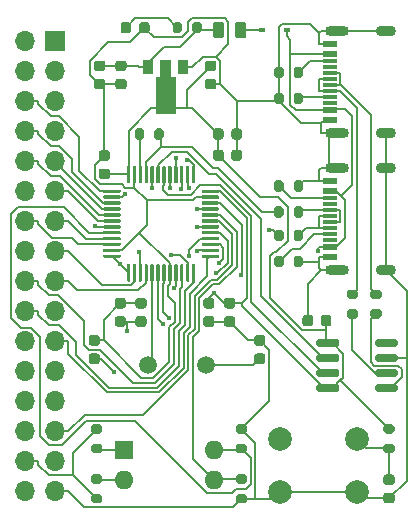
<source format=gtl>
G04 #@! TF.GenerationSoftware,KiCad,Pcbnew,5.1.8+dfsg1-1~bpo10+1*
G04 #@! TF.CreationDate,2020-11-15T21:14:17+08:00*
G04 #@! TF.ProjectId,stm32-io-extend,73746d33-322d-4696-9f2d-657874656e64,rev?*
G04 #@! TF.SameCoordinates,Original*
G04 #@! TF.FileFunction,Copper,L1,Top*
G04 #@! TF.FilePolarity,Positive*
%FSLAX46Y46*%
G04 Gerber Fmt 4.6, Leading zero omitted, Abs format (unit mm)*
G04 Created by KiCad (PCBNEW 5.1.8+dfsg1-1~bpo10+1) date 2020-11-15 21:14:17*
%MOMM*%
%LPD*%
G01*
G04 APERTURE LIST*
G04 #@! TA.AperFunction,SMDPad,CuDef*
%ADD10R,0.600000X0.450000*%
G04 #@! TD*
G04 #@! TA.AperFunction,ComponentPad*
%ADD11O,2.000000X0.900000*%
G04 #@! TD*
G04 #@! TA.AperFunction,ComponentPad*
%ADD12O,1.700000X0.900000*%
G04 #@! TD*
G04 #@! TA.AperFunction,SMDPad,CuDef*
%ADD13R,1.160000X0.300000*%
G04 #@! TD*
G04 #@! TA.AperFunction,SMDPad,CuDef*
%ADD14R,1.160000X0.600000*%
G04 #@! TD*
G04 #@! TA.AperFunction,ComponentPad*
%ADD15R,1.700000X1.700000*%
G04 #@! TD*
G04 #@! TA.AperFunction,ComponentPad*
%ADD16O,1.700000X1.700000*%
G04 #@! TD*
G04 #@! TA.AperFunction,ComponentPad*
%ADD17R,1.600000X1.600000*%
G04 #@! TD*
G04 #@! TA.AperFunction,ComponentPad*
%ADD18O,1.600000X1.600000*%
G04 #@! TD*
G04 #@! TA.AperFunction,ComponentPad*
%ADD19C,2.000000*%
G04 #@! TD*
G04 #@! TA.AperFunction,SMDPad,CuDef*
%ADD20R,0.900000X1.300000*%
G04 #@! TD*
G04 #@! TA.AperFunction,SMDPad,CuDef*
%ADD21C,0.100000*%
G04 #@! TD*
G04 #@! TA.AperFunction,ComponentPad*
%ADD22C,1.500000*%
G04 #@! TD*
G04 #@! TA.AperFunction,ViaPad*
%ADD23C,0.400000*%
G04 #@! TD*
G04 #@! TA.AperFunction,Conductor*
%ADD24C,0.200000*%
G04 #@! TD*
G04 APERTURE END LIST*
G04 #@! TO.P,C1,1*
G04 #@! TO.N,+3V3*
G04 #@! TA.AperFunction,SMDPad,CuDef*
G36*
G01*
X119850000Y-43825000D02*
X119350000Y-43825000D01*
G75*
G02*
X119125000Y-43600000I0J225000D01*
G01*
X119125000Y-43150000D01*
G75*
G02*
X119350000Y-42925000I225000J0D01*
G01*
X119850000Y-42925000D01*
G75*
G02*
X120075000Y-43150000I0J-225000D01*
G01*
X120075000Y-43600000D01*
G75*
G02*
X119850000Y-43825000I-225000J0D01*
G01*
G37*
G04 #@! TD.AperFunction*
G04 #@! TO.P,C1,2*
G04 #@! TO.N,GND*
G04 #@! TA.AperFunction,SMDPad,CuDef*
G36*
G01*
X119850000Y-42275000D02*
X119350000Y-42275000D01*
G75*
G02*
X119125000Y-42050000I0J225000D01*
G01*
X119125000Y-41600000D01*
G75*
G02*
X119350000Y-41375000I225000J0D01*
G01*
X119850000Y-41375000D01*
G75*
G02*
X120075000Y-41600000I0J-225000D01*
G01*
X120075000Y-42050000D01*
G75*
G02*
X119850000Y-42275000I-225000J0D01*
G01*
G37*
G04 #@! TD.AperFunction*
G04 #@! TD*
G04 #@! TO.P,C2,1*
G04 #@! TO.N,+3V3*
G04 #@! TA.AperFunction,SMDPad,CuDef*
G36*
G01*
X128200000Y-53875000D02*
X128700000Y-53875000D01*
G75*
G02*
X128925000Y-54100000I0J-225000D01*
G01*
X128925000Y-54550000D01*
G75*
G02*
X128700000Y-54775000I-225000J0D01*
G01*
X128200000Y-54775000D01*
G75*
G02*
X127975000Y-54550000I0J225000D01*
G01*
X127975000Y-54100000D01*
G75*
G02*
X128200000Y-53875000I225000J0D01*
G01*
G37*
G04 #@! TD.AperFunction*
G04 #@! TO.P,C2,2*
G04 #@! TO.N,GND*
G04 #@! TA.AperFunction,SMDPad,CuDef*
G36*
G01*
X128200000Y-55425000D02*
X128700000Y-55425000D01*
G75*
G02*
X128925000Y-55650000I0J-225000D01*
G01*
X128925000Y-56100000D01*
G75*
G02*
X128700000Y-56325000I-225000J0D01*
G01*
X128200000Y-56325000D01*
G75*
G02*
X127975000Y-56100000I0J225000D01*
G01*
X127975000Y-55650000D01*
G75*
G02*
X128200000Y-55425000I225000J0D01*
G01*
G37*
G04 #@! TD.AperFunction*
G04 #@! TD*
G04 #@! TO.P,C3,1*
G04 #@! TO.N,+3V3*
G04 #@! TA.AperFunction,SMDPad,CuDef*
G36*
G01*
X128800000Y-42050000D02*
X128800000Y-41550000D01*
G75*
G02*
X129025000Y-41325000I225000J0D01*
G01*
X129475000Y-41325000D01*
G75*
G02*
X129700000Y-41550000I0J-225000D01*
G01*
X129700000Y-42050000D01*
G75*
G02*
X129475000Y-42275000I-225000J0D01*
G01*
X129025000Y-42275000D01*
G75*
G02*
X128800000Y-42050000I0J225000D01*
G01*
G37*
G04 #@! TD.AperFunction*
G04 #@! TO.P,C3,2*
G04 #@! TO.N,GND*
G04 #@! TA.AperFunction,SMDPad,CuDef*
G36*
G01*
X130350000Y-42050000D02*
X130350000Y-41550000D01*
G75*
G02*
X130575000Y-41325000I225000J0D01*
G01*
X131025000Y-41325000D01*
G75*
G02*
X131250000Y-41550000I0J-225000D01*
G01*
X131250000Y-42050000D01*
G75*
G02*
X131025000Y-42275000I-225000J0D01*
G01*
X130575000Y-42275000D01*
G75*
G02*
X130350000Y-42050000I0J225000D01*
G01*
G37*
G04 #@! TD.AperFunction*
G04 #@! TD*
G04 #@! TO.P,C4,2*
G04 #@! TO.N,GND*
G04 #@! TA.AperFunction,SMDPad,CuDef*
G36*
G01*
X129950000Y-55425000D02*
X130450000Y-55425000D01*
G75*
G02*
X130675000Y-55650000I0J-225000D01*
G01*
X130675000Y-56100000D01*
G75*
G02*
X130450000Y-56325000I-225000J0D01*
G01*
X129950000Y-56325000D01*
G75*
G02*
X129725000Y-56100000I0J225000D01*
G01*
X129725000Y-55650000D01*
G75*
G02*
X129950000Y-55425000I225000J0D01*
G01*
G37*
G04 #@! TD.AperFunction*
G04 #@! TO.P,C4,1*
G04 #@! TO.N,+3V3*
G04 #@! TA.AperFunction,SMDPad,CuDef*
G36*
G01*
X129950000Y-53875000D02*
X130450000Y-53875000D01*
G75*
G02*
X130675000Y-54100000I0J-225000D01*
G01*
X130675000Y-54550000D01*
G75*
G02*
X130450000Y-54775000I-225000J0D01*
G01*
X129950000Y-54775000D01*
G75*
G02*
X129725000Y-54550000I0J225000D01*
G01*
X129725000Y-54100000D01*
G75*
G02*
X129950000Y-53875000I225000J0D01*
G01*
G37*
G04 #@! TD.AperFunction*
G04 #@! TD*
G04 #@! TO.P,C5,2*
G04 #@! TO.N,GND*
G04 #@! TA.AperFunction,SMDPad,CuDef*
G36*
G01*
X122950000Y-54775000D02*
X122450000Y-54775000D01*
G75*
G02*
X122225000Y-54550000I0J225000D01*
G01*
X122225000Y-54100000D01*
G75*
G02*
X122450000Y-53875000I225000J0D01*
G01*
X122950000Y-53875000D01*
G75*
G02*
X123175000Y-54100000I0J-225000D01*
G01*
X123175000Y-54550000D01*
G75*
G02*
X122950000Y-54775000I-225000J0D01*
G01*
G37*
G04 #@! TD.AperFunction*
G04 #@! TO.P,C5,1*
G04 #@! TO.N,+3V3*
G04 #@! TA.AperFunction,SMDPad,CuDef*
G36*
G01*
X122950000Y-56325000D02*
X122450000Y-56325000D01*
G75*
G02*
X122225000Y-56100000I0J225000D01*
G01*
X122225000Y-55650000D01*
G75*
G02*
X122450000Y-55425000I225000J0D01*
G01*
X122950000Y-55425000D01*
G75*
G02*
X123175000Y-55650000I0J-225000D01*
G01*
X123175000Y-56100000D01*
G75*
G02*
X122950000Y-56325000I-225000J0D01*
G01*
G37*
G04 #@! TD.AperFunction*
G04 #@! TD*
G04 #@! TO.P,C6,1*
G04 #@! TO.N,Net-(C6-Pad1)*
G04 #@! TA.AperFunction,SMDPad,CuDef*
G36*
G01*
X120750000Y-33775000D02*
X121250000Y-33775000D01*
G75*
G02*
X121475000Y-34000000I0J-225000D01*
G01*
X121475000Y-34450000D01*
G75*
G02*
X121250000Y-34675000I-225000J0D01*
G01*
X120750000Y-34675000D01*
G75*
G02*
X120525000Y-34450000I0J225000D01*
G01*
X120525000Y-34000000D01*
G75*
G02*
X120750000Y-33775000I225000J0D01*
G01*
G37*
G04 #@! TD.AperFunction*
G04 #@! TO.P,C6,2*
G04 #@! TO.N,GND*
G04 #@! TA.AperFunction,SMDPad,CuDef*
G36*
G01*
X120750000Y-35325000D02*
X121250000Y-35325000D01*
G75*
G02*
X121475000Y-35550000I0J-225000D01*
G01*
X121475000Y-36000000D01*
G75*
G02*
X121250000Y-36225000I-225000J0D01*
G01*
X120750000Y-36225000D01*
G75*
G02*
X120525000Y-36000000I0J225000D01*
G01*
X120525000Y-35550000D01*
G75*
G02*
X120750000Y-35325000I225000J0D01*
G01*
G37*
G04 #@! TD.AperFunction*
G04 #@! TD*
G04 #@! TO.P,C7,1*
G04 #@! TO.N,+3V3*
G04 #@! TA.AperFunction,SMDPad,CuDef*
G36*
G01*
X121200000Y-56325000D02*
X120700000Y-56325000D01*
G75*
G02*
X120475000Y-56100000I0J225000D01*
G01*
X120475000Y-55650000D01*
G75*
G02*
X120700000Y-55425000I225000J0D01*
G01*
X121200000Y-55425000D01*
G75*
G02*
X121425000Y-55650000I0J-225000D01*
G01*
X121425000Y-56100000D01*
G75*
G02*
X121200000Y-56325000I-225000J0D01*
G01*
G37*
G04 #@! TD.AperFunction*
G04 #@! TO.P,C7,2*
G04 #@! TO.N,GND*
G04 #@! TA.AperFunction,SMDPad,CuDef*
G36*
G01*
X121200000Y-54775000D02*
X120700000Y-54775000D01*
G75*
G02*
X120475000Y-54550000I0J225000D01*
G01*
X120475000Y-54100000D01*
G75*
G02*
X120700000Y-53875000I225000J0D01*
G01*
X121200000Y-53875000D01*
G75*
G02*
X121425000Y-54100000I0J-225000D01*
G01*
X121425000Y-54550000D01*
G75*
G02*
X121200000Y-54775000I-225000J0D01*
G01*
G37*
G04 #@! TD.AperFunction*
G04 #@! TD*
G04 #@! TO.P,C8,2*
G04 #@! TO.N,GND*
G04 #@! TA.AperFunction,SMDPad,CuDef*
G36*
G01*
X118950000Y-35325000D02*
X119450000Y-35325000D01*
G75*
G02*
X119675000Y-35550000I0J-225000D01*
G01*
X119675000Y-36000000D01*
G75*
G02*
X119450000Y-36225000I-225000J0D01*
G01*
X118950000Y-36225000D01*
G75*
G02*
X118725000Y-36000000I0J225000D01*
G01*
X118725000Y-35550000D01*
G75*
G02*
X118950000Y-35325000I225000J0D01*
G01*
G37*
G04 #@! TD.AperFunction*
G04 #@! TO.P,C8,1*
G04 #@! TO.N,Net-(C6-Pad1)*
G04 #@! TA.AperFunction,SMDPad,CuDef*
G36*
G01*
X118950000Y-33775000D02*
X119450000Y-33775000D01*
G75*
G02*
X119675000Y-34000000I0J-225000D01*
G01*
X119675000Y-34450000D01*
G75*
G02*
X119450000Y-34675000I-225000J0D01*
G01*
X118950000Y-34675000D01*
G75*
G02*
X118725000Y-34450000I0J225000D01*
G01*
X118725000Y-34000000D01*
G75*
G02*
X118950000Y-33775000I225000J0D01*
G01*
G37*
G04 #@! TD.AperFunction*
G04 #@! TD*
G04 #@! TO.P,C9,2*
G04 #@! TO.N,GND*
G04 #@! TA.AperFunction,SMDPad,CuDef*
G36*
G01*
X137275000Y-55550000D02*
X137275000Y-56050000D01*
G75*
G02*
X137050000Y-56275000I-225000J0D01*
G01*
X136600000Y-56275000D01*
G75*
G02*
X136375000Y-56050000I0J225000D01*
G01*
X136375000Y-55550000D01*
G75*
G02*
X136600000Y-55325000I225000J0D01*
G01*
X137050000Y-55325000D01*
G75*
G02*
X137275000Y-55550000I0J-225000D01*
G01*
G37*
G04 #@! TD.AperFunction*
G04 #@! TO.P,C9,1*
G04 #@! TO.N,+3V3*
G04 #@! TA.AperFunction,SMDPad,CuDef*
G36*
G01*
X138825000Y-55550000D02*
X138825000Y-56050000D01*
G75*
G02*
X138600000Y-56275000I-225000J0D01*
G01*
X138150000Y-56275000D01*
G75*
G02*
X137925000Y-56050000I0J225000D01*
G01*
X137925000Y-55550000D01*
G75*
G02*
X138150000Y-55325000I225000J0D01*
G01*
X138600000Y-55325000D01*
G75*
G02*
X138825000Y-55550000I0J-225000D01*
G01*
G37*
G04 #@! TD.AperFunction*
G04 #@! TD*
G04 #@! TO.P,C10,2*
G04 #@! TO.N,GND*
G04 #@! TA.AperFunction,SMDPad,CuDef*
G36*
G01*
X130350000Y-40250000D02*
X130350000Y-39750000D01*
G75*
G02*
X130575000Y-39525000I225000J0D01*
G01*
X131025000Y-39525000D01*
G75*
G02*
X131250000Y-39750000I0J-225000D01*
G01*
X131250000Y-40250000D01*
G75*
G02*
X131025000Y-40475000I-225000J0D01*
G01*
X130575000Y-40475000D01*
G75*
G02*
X130350000Y-40250000I0J225000D01*
G01*
G37*
G04 #@! TD.AperFunction*
G04 #@! TO.P,C10,1*
G04 #@! TO.N,+3V3*
G04 #@! TA.AperFunction,SMDPad,CuDef*
G36*
G01*
X128800000Y-40250000D02*
X128800000Y-39750000D01*
G75*
G02*
X129025000Y-39525000I225000J0D01*
G01*
X129475000Y-39525000D01*
G75*
G02*
X129700000Y-39750000I0J-225000D01*
G01*
X129700000Y-40250000D01*
G75*
G02*
X129475000Y-40475000I-225000J0D01*
G01*
X129025000Y-40475000D01*
G75*
G02*
X128800000Y-40250000I0J225000D01*
G01*
G37*
G04 #@! TD.AperFunction*
G04 #@! TD*
G04 #@! TO.P,C11,1*
G04 #@! TO.N,/NRST*
G04 #@! TA.AperFunction,SMDPad,CuDef*
G36*
G01*
X143450000Y-68825000D02*
X143950000Y-68825000D01*
G75*
G02*
X144175000Y-69050000I0J-225000D01*
G01*
X144175000Y-69500000D01*
G75*
G02*
X143950000Y-69725000I-225000J0D01*
G01*
X143450000Y-69725000D01*
G75*
G02*
X143225000Y-69500000I0J225000D01*
G01*
X143225000Y-69050000D01*
G75*
G02*
X143450000Y-68825000I225000J0D01*
G01*
G37*
G04 #@! TD.AperFunction*
G04 #@! TO.P,C11,2*
G04 #@! TO.N,GND*
G04 #@! TA.AperFunction,SMDPad,CuDef*
G36*
G01*
X143450000Y-70375000D02*
X143950000Y-70375000D01*
G75*
G02*
X144175000Y-70600000I0J-225000D01*
G01*
X144175000Y-71050000D01*
G75*
G02*
X143950000Y-71275000I-225000J0D01*
G01*
X143450000Y-71275000D01*
G75*
G02*
X143225000Y-71050000I0J225000D01*
G01*
X143225000Y-70600000D01*
G75*
G02*
X143450000Y-70375000I225000J0D01*
G01*
G37*
G04 #@! TD.AperFunction*
G04 #@! TD*
G04 #@! TO.P,C12,2*
G04 #@! TO.N,GND*
G04 #@! TA.AperFunction,SMDPad,CuDef*
G36*
G01*
X128350000Y-35325000D02*
X128850000Y-35325000D01*
G75*
G02*
X129075000Y-35550000I0J-225000D01*
G01*
X129075000Y-36000000D01*
G75*
G02*
X128850000Y-36225000I-225000J0D01*
G01*
X128350000Y-36225000D01*
G75*
G02*
X128125000Y-36000000I0J225000D01*
G01*
X128125000Y-35550000D01*
G75*
G02*
X128350000Y-35325000I225000J0D01*
G01*
G37*
G04 #@! TD.AperFunction*
G04 #@! TO.P,C12,1*
G04 #@! TO.N,+3V3*
G04 #@! TA.AperFunction,SMDPad,CuDef*
G36*
G01*
X128350000Y-33775000D02*
X128850000Y-33775000D01*
G75*
G02*
X129075000Y-34000000I0J-225000D01*
G01*
X129075000Y-34450000D01*
G75*
G02*
X128850000Y-34675000I-225000J0D01*
G01*
X128350000Y-34675000D01*
G75*
G02*
X128125000Y-34450000I0J225000D01*
G01*
X128125000Y-34000000D01*
G75*
G02*
X128350000Y-33775000I225000J0D01*
G01*
G37*
G04 #@! TD.AperFunction*
G04 #@! TD*
G04 #@! TO.P,C13,1*
G04 #@! TO.N,Net-(C13-Pad1)*
G04 #@! TA.AperFunction,SMDPad,CuDef*
G36*
G01*
X119000000Y-59475000D02*
X118500000Y-59475000D01*
G75*
G02*
X118275000Y-59250000I0J225000D01*
G01*
X118275000Y-58800000D01*
G75*
G02*
X118500000Y-58575000I225000J0D01*
G01*
X119000000Y-58575000D01*
G75*
G02*
X119225000Y-58800000I0J-225000D01*
G01*
X119225000Y-59250000D01*
G75*
G02*
X119000000Y-59475000I-225000J0D01*
G01*
G37*
G04 #@! TD.AperFunction*
G04 #@! TO.P,C13,2*
G04 #@! TO.N,GND*
G04 #@! TA.AperFunction,SMDPad,CuDef*
G36*
G01*
X119000000Y-57925000D02*
X118500000Y-57925000D01*
G75*
G02*
X118275000Y-57700000I0J225000D01*
G01*
X118275000Y-57250000D01*
G75*
G02*
X118500000Y-57025000I225000J0D01*
G01*
X119000000Y-57025000D01*
G75*
G02*
X119225000Y-57250000I0J-225000D01*
G01*
X119225000Y-57700000D01*
G75*
G02*
X119000000Y-57925000I-225000J0D01*
G01*
G37*
G04 #@! TD.AperFunction*
G04 #@! TD*
G04 #@! TO.P,C14,2*
G04 #@! TO.N,GND*
G04 #@! TA.AperFunction,SMDPad,CuDef*
G36*
G01*
X133000000Y-57925000D02*
X132500000Y-57925000D01*
G75*
G02*
X132275000Y-57700000I0J225000D01*
G01*
X132275000Y-57250000D01*
G75*
G02*
X132500000Y-57025000I225000J0D01*
G01*
X133000000Y-57025000D01*
G75*
G02*
X133225000Y-57250000I0J-225000D01*
G01*
X133225000Y-57700000D01*
G75*
G02*
X133000000Y-57925000I-225000J0D01*
G01*
G37*
G04 #@! TD.AperFunction*
G04 #@! TO.P,C14,1*
G04 #@! TO.N,Net-(C14-Pad1)*
G04 #@! TA.AperFunction,SMDPad,CuDef*
G36*
G01*
X133000000Y-59475000D02*
X132500000Y-59475000D01*
G75*
G02*
X132275000Y-59250000I0J225000D01*
G01*
X132275000Y-58800000D01*
G75*
G02*
X132500000Y-58575000I225000J0D01*
G01*
X133000000Y-58575000D01*
G75*
G02*
X133225000Y-58800000I0J-225000D01*
G01*
X133225000Y-59250000D01*
G75*
G02*
X133000000Y-59475000I-225000J0D01*
G01*
G37*
G04 #@! TD.AperFunction*
G04 #@! TD*
D10*
G04 #@! TO.P,D1,1*
G04 #@! TO.N,Net-(D1-Pad1)*
X132950000Y-31200000D03*
G04 #@! TO.P,D1,2*
G04 #@! TO.N,+5V*
X135050000Y-31200000D03*
G04 #@! TD*
G04 #@! TO.P,D2,1*
G04 #@! TO.N,GND*
G04 #@! TA.AperFunction,SMDPad,CuDef*
G36*
G01*
X123425000Y-30743750D02*
X123425000Y-31256250D01*
G75*
G02*
X123206250Y-31475000I-218750J0D01*
G01*
X122768750Y-31475000D01*
G75*
G02*
X122550000Y-31256250I0J218750D01*
G01*
X122550000Y-30743750D01*
G75*
G02*
X122768750Y-30525000I218750J0D01*
G01*
X123206250Y-30525000D01*
G75*
G02*
X123425000Y-30743750I0J-218750D01*
G01*
G37*
G04 #@! TD.AperFunction*
G04 #@! TO.P,D2,2*
G04 #@! TO.N,Net-(D2-Pad2)*
G04 #@! TA.AperFunction,SMDPad,CuDef*
G36*
G01*
X121850000Y-30743750D02*
X121850000Y-31256250D01*
G75*
G02*
X121631250Y-31475000I-218750J0D01*
G01*
X121193750Y-31475000D01*
G75*
G02*
X120975000Y-31256250I0J218750D01*
G01*
X120975000Y-30743750D01*
G75*
G02*
X121193750Y-30525000I218750J0D01*
G01*
X121631250Y-30525000D01*
G75*
G02*
X121850000Y-30743750I0J-218750D01*
G01*
G37*
G04 #@! TD.AperFunction*
G04 #@! TD*
G04 #@! TO.P,F1,1*
G04 #@! TO.N,Net-(C6-Pad1)*
G04 #@! TA.AperFunction,SMDPad,CuDef*
G36*
G01*
X128775000Y-31656250D02*
X128775000Y-30743750D01*
G75*
G02*
X129018750Y-30500000I243750J0D01*
G01*
X129506250Y-30500000D01*
G75*
G02*
X129750000Y-30743750I0J-243750D01*
G01*
X129750000Y-31656250D01*
G75*
G02*
X129506250Y-31900000I-243750J0D01*
G01*
X129018750Y-31900000D01*
G75*
G02*
X128775000Y-31656250I0J243750D01*
G01*
G37*
G04 #@! TD.AperFunction*
G04 #@! TO.P,F1,2*
G04 #@! TO.N,Net-(D1-Pad1)*
G04 #@! TA.AperFunction,SMDPad,CuDef*
G36*
G01*
X130650000Y-31656250D02*
X130650000Y-30743750D01*
G75*
G02*
X130893750Y-30500000I243750J0D01*
G01*
X131381250Y-30500000D01*
G75*
G02*
X131625000Y-30743750I0J-243750D01*
G01*
X131625000Y-31656250D01*
G75*
G02*
X131381250Y-31900000I-243750J0D01*
G01*
X130893750Y-31900000D01*
G75*
G02*
X130650000Y-31656250I0J243750D01*
G01*
G37*
G04 #@! TD.AperFunction*
G04 #@! TD*
D11*
G04 #@! TO.P,J1,S1*
G04 #@! TO.N,GND*
X139270000Y-39920000D03*
X139270000Y-31280000D03*
D12*
X143440000Y-39920000D03*
X143440000Y-31280000D03*
D13*
G04 #@! TO.P,J1,B7*
G04 #@! TO.N,Net-(J1-PadA7)*
X138690000Y-36350000D03*
G04 #@! TO.P,J1,A6*
G04 #@! TO.N,Net-(J1-PadA6)*
X138690000Y-35850000D03*
G04 #@! TO.P,J1,A7*
G04 #@! TO.N,Net-(J1-PadA7)*
X138690000Y-35350000D03*
G04 #@! TO.P,J1,B8*
G04 #@! TO.N,N/C*
X138690000Y-37350000D03*
G04 #@! TO.P,J1,A5*
G04 #@! TO.N,Net-(J1-PadA5)*
X138690000Y-36850000D03*
G04 #@! TO.P,J1,A8*
G04 #@! TO.N,N/C*
X138690000Y-34350000D03*
G04 #@! TO.P,J1,B6*
G04 #@! TO.N,Net-(J1-PadA6)*
X138690000Y-34850000D03*
G04 #@! TO.P,J1,B5*
G04 #@! TO.N,Net-(J1-PadB5)*
X138690000Y-33850000D03*
D14*
G04 #@! TO.P,J1,A4*
G04 #@! TO.N,+5V*
X138690000Y-38000000D03*
G04 #@! TO.P,J1,B9*
X138690000Y-38000000D03*
G04 #@! TO.P,J1,A1*
G04 #@! TO.N,GND*
X138690000Y-38800000D03*
G04 #@! TO.P,J1,B12*
X138690000Y-38800000D03*
G04 #@! TO.P,J1,B4*
G04 #@! TO.N,+5V*
X138690000Y-33200000D03*
G04 #@! TO.P,J1,B1*
G04 #@! TO.N,GND*
X138690000Y-32400000D03*
G04 #@! TO.P,J1,A9*
G04 #@! TO.N,+5V*
X138690000Y-33200000D03*
G04 #@! TO.P,J1,A12*
G04 #@! TO.N,GND*
X138690000Y-32400000D03*
G04 #@! TD*
G04 #@! TO.P,J2,A12*
G04 #@! TO.N,GND*
X138690000Y-44000000D03*
G04 #@! TO.P,J2,A9*
G04 #@! TO.N,+5V*
X138690000Y-44800000D03*
G04 #@! TO.P,J2,B1*
G04 #@! TO.N,GND*
X138690000Y-44000000D03*
G04 #@! TO.P,J2,B4*
G04 #@! TO.N,+5V*
X138690000Y-44800000D03*
G04 #@! TO.P,J2,B12*
G04 #@! TO.N,GND*
X138690000Y-50400000D03*
G04 #@! TO.P,J2,A1*
X138690000Y-50400000D03*
G04 #@! TO.P,J2,B9*
G04 #@! TO.N,+5V*
X138690000Y-49600000D03*
G04 #@! TO.P,J2,A4*
X138690000Y-49600000D03*
D13*
G04 #@! TO.P,J2,B5*
G04 #@! TO.N,Net-(J2-PadB5)*
X138690000Y-45450000D03*
G04 #@! TO.P,J2,B6*
G04 #@! TO.N,Net-(J2-PadA6)*
X138690000Y-46450000D03*
G04 #@! TO.P,J2,A8*
G04 #@! TO.N,N/C*
X138690000Y-45950000D03*
G04 #@! TO.P,J2,A5*
G04 #@! TO.N,Net-(J2-PadA5)*
X138690000Y-48450000D03*
G04 #@! TO.P,J2,B8*
G04 #@! TO.N,N/C*
X138690000Y-48950000D03*
G04 #@! TO.P,J2,A7*
G04 #@! TO.N,Net-(J2-PadA7)*
X138690000Y-46950000D03*
G04 #@! TO.P,J2,A6*
G04 #@! TO.N,Net-(J2-PadA6)*
X138690000Y-47450000D03*
G04 #@! TO.P,J2,B7*
G04 #@! TO.N,Net-(J2-PadA7)*
X138690000Y-47950000D03*
D12*
G04 #@! TO.P,J2,S1*
G04 #@! TO.N,GND*
X143440000Y-42880000D03*
X143440000Y-51520000D03*
D11*
X139270000Y-42880000D03*
X139270000Y-51520000D03*
G04 #@! TD*
D15*
G04 #@! TO.P,J3,1*
G04 #@! TO.N,/P1*
X115400000Y-32150000D03*
D16*
G04 #@! TO.P,J3,2*
G04 #@! TO.N,/P2*
X112860000Y-32150000D03*
G04 #@! TO.P,J3,3*
G04 #@! TO.N,/P3*
X115400000Y-34690000D03*
G04 #@! TO.P,J3,4*
G04 #@! TO.N,/P4*
X112860000Y-34690000D03*
G04 #@! TO.P,J3,5*
G04 #@! TO.N,/P5*
X115400000Y-37230000D03*
G04 #@! TO.P,J3,6*
G04 #@! TO.N,/P6*
X112860000Y-37230000D03*
G04 #@! TO.P,J3,7*
G04 #@! TO.N,/P7*
X115400000Y-39770000D03*
G04 #@! TO.P,J3,8*
G04 #@! TO.N,/P8*
X112860000Y-39770000D03*
G04 #@! TO.P,J3,9*
G04 #@! TO.N,/P9*
X115400000Y-42310000D03*
G04 #@! TO.P,J3,10*
G04 #@! TO.N,/P10*
X112860000Y-42310000D03*
G04 #@! TO.P,J3,11*
G04 #@! TO.N,/P11*
X115400000Y-44850000D03*
G04 #@! TO.P,J3,12*
G04 #@! TO.N,/P12*
X112860000Y-44850000D03*
G04 #@! TO.P,J3,13*
G04 #@! TO.N,/P13*
X115400000Y-47390000D03*
G04 #@! TO.P,J3,14*
G04 #@! TO.N,/P14*
X112860000Y-47390000D03*
G04 #@! TO.P,J3,15*
G04 #@! TO.N,/P15*
X115400000Y-49930000D03*
G04 #@! TO.P,J3,16*
G04 #@! TO.N,/P16*
X112860000Y-49930000D03*
G04 #@! TO.P,J3,17*
G04 #@! TO.N,/P17*
X115400000Y-52470000D03*
G04 #@! TO.P,J3,18*
G04 #@! TO.N,/P18*
X112860000Y-52470000D03*
G04 #@! TO.P,J3,19*
G04 #@! TO.N,/P19*
X115400000Y-55010000D03*
G04 #@! TO.P,J3,20*
G04 #@! TO.N,/P20*
X112860000Y-55010000D03*
G04 #@! TO.P,J3,21*
G04 #@! TO.N,/P21*
X115400000Y-57550000D03*
G04 #@! TO.P,J3,22*
G04 #@! TO.N,/P22*
X112860000Y-57550000D03*
G04 #@! TO.P,J3,23*
G04 #@! TO.N,/P23*
X115400000Y-60090000D03*
G04 #@! TO.P,J3,24*
G04 #@! TO.N,/P24*
X112860000Y-60090000D03*
G04 #@! TO.P,J3,25*
G04 #@! TO.N,/P25*
X115400000Y-62630000D03*
G04 #@! TO.P,J3,26*
G04 #@! TO.N,/P26*
X112860000Y-62630000D03*
G04 #@! TO.P,J3,27*
G04 #@! TO.N,/P27*
X115400000Y-65170000D03*
G04 #@! TO.P,J3,28*
G04 #@! TO.N,/P28*
X112860000Y-65170000D03*
G04 #@! TO.P,J3,29*
G04 #@! TO.N,/P29*
X115400000Y-67710000D03*
G04 #@! TO.P,J3,30*
G04 #@! TO.N,+3V3*
X112860000Y-67710000D03*
G04 #@! TO.P,J3,31*
G04 #@! TO.N,GND*
X115400000Y-70250000D03*
G04 #@! TO.P,J3,32*
G04 #@! TO.N,+5V*
X112860000Y-70250000D03*
G04 #@! TD*
G04 #@! TO.P,R1,2*
G04 #@! TO.N,Net-(R1-Pad2)*
G04 #@! TA.AperFunction,SMDPad,CuDef*
G36*
G01*
X119225000Y-69625000D02*
X118675000Y-69625000D01*
G75*
G02*
X118475000Y-69425000I0J200000D01*
G01*
X118475000Y-69025000D01*
G75*
G02*
X118675000Y-68825000I200000J0D01*
G01*
X119225000Y-68825000D01*
G75*
G02*
X119425000Y-69025000I0J-200000D01*
G01*
X119425000Y-69425000D01*
G75*
G02*
X119225000Y-69625000I-200000J0D01*
G01*
G37*
G04 #@! TD.AperFunction*
G04 #@! TO.P,R1,1*
G04 #@! TO.N,+3V3*
G04 #@! TA.AperFunction,SMDPad,CuDef*
G36*
G01*
X119225000Y-71275000D02*
X118675000Y-71275000D01*
G75*
G02*
X118475000Y-71075000I0J200000D01*
G01*
X118475000Y-70675000D01*
G75*
G02*
X118675000Y-70475000I200000J0D01*
G01*
X119225000Y-70475000D01*
G75*
G02*
X119425000Y-70675000I0J-200000D01*
G01*
X119425000Y-71075000D01*
G75*
G02*
X119225000Y-71275000I-200000J0D01*
G01*
G37*
G04 #@! TD.AperFunction*
G04 #@! TD*
G04 #@! TO.P,R2,1*
G04 #@! TO.N,Net-(R2-Pad1)*
G04 #@! TA.AperFunction,SMDPad,CuDef*
G36*
G01*
X119225000Y-67025000D02*
X118675000Y-67025000D01*
G75*
G02*
X118475000Y-66825000I0J200000D01*
G01*
X118475000Y-66425000D01*
G75*
G02*
X118675000Y-66225000I200000J0D01*
G01*
X119225000Y-66225000D01*
G75*
G02*
X119425000Y-66425000I0J-200000D01*
G01*
X119425000Y-66825000D01*
G75*
G02*
X119225000Y-67025000I-200000J0D01*
G01*
G37*
G04 #@! TD.AperFunction*
G04 #@! TO.P,R2,2*
G04 #@! TO.N,+3V3*
G04 #@! TA.AperFunction,SMDPad,CuDef*
G36*
G01*
X119225000Y-65375000D02*
X118675000Y-65375000D01*
G75*
G02*
X118475000Y-65175000I0J200000D01*
G01*
X118475000Y-64775000D01*
G75*
G02*
X118675000Y-64575000I200000J0D01*
G01*
X119225000Y-64575000D01*
G75*
G02*
X119425000Y-64775000I0J-200000D01*
G01*
X119425000Y-65175000D01*
G75*
G02*
X119225000Y-65375000I-200000J0D01*
G01*
G37*
G04 #@! TD.AperFunction*
G04 #@! TD*
G04 #@! TO.P,R3,1*
G04 #@! TO.N,Net-(C6-Pad1)*
G04 #@! TA.AperFunction,SMDPad,CuDef*
G36*
G01*
X127825000Y-30725000D02*
X127825000Y-31275000D01*
G75*
G02*
X127625000Y-31475000I-200000J0D01*
G01*
X127225000Y-31475000D01*
G75*
G02*
X127025000Y-31275000I0J200000D01*
G01*
X127025000Y-30725000D01*
G75*
G02*
X127225000Y-30525000I200000J0D01*
G01*
X127625000Y-30525000D01*
G75*
G02*
X127825000Y-30725000I0J-200000D01*
G01*
G37*
G04 #@! TD.AperFunction*
G04 #@! TO.P,R3,2*
G04 #@! TO.N,Net-(D2-Pad2)*
G04 #@! TA.AperFunction,SMDPad,CuDef*
G36*
G01*
X126175000Y-30725000D02*
X126175000Y-31275000D01*
G75*
G02*
X125975000Y-31475000I-200000J0D01*
G01*
X125575000Y-31475000D01*
G75*
G02*
X125375000Y-31275000I0J200000D01*
G01*
X125375000Y-30725000D01*
G75*
G02*
X125575000Y-30525000I200000J0D01*
G01*
X125975000Y-30525000D01*
G75*
G02*
X126175000Y-30725000I0J-200000D01*
G01*
G37*
G04 #@! TD.AperFunction*
G04 #@! TD*
G04 #@! TO.P,R4,1*
G04 #@! TO.N,GND*
G04 #@! TA.AperFunction,SMDPad,CuDef*
G36*
G01*
X133975000Y-37275000D02*
X133975000Y-36725000D01*
G75*
G02*
X134175000Y-36525000I200000J0D01*
G01*
X134575000Y-36525000D01*
G75*
G02*
X134775000Y-36725000I0J-200000D01*
G01*
X134775000Y-37275000D01*
G75*
G02*
X134575000Y-37475000I-200000J0D01*
G01*
X134175000Y-37475000D01*
G75*
G02*
X133975000Y-37275000I0J200000D01*
G01*
G37*
G04 #@! TD.AperFunction*
G04 #@! TO.P,R4,2*
G04 #@! TO.N,Net-(J1-PadA5)*
G04 #@! TA.AperFunction,SMDPad,CuDef*
G36*
G01*
X135625000Y-37275000D02*
X135625000Y-36725000D01*
G75*
G02*
X135825000Y-36525000I200000J0D01*
G01*
X136225000Y-36525000D01*
G75*
G02*
X136425000Y-36725000I0J-200000D01*
G01*
X136425000Y-37275000D01*
G75*
G02*
X136225000Y-37475000I-200000J0D01*
G01*
X135825000Y-37475000D01*
G75*
G02*
X135625000Y-37275000I0J200000D01*
G01*
G37*
G04 #@! TD.AperFunction*
G04 #@! TD*
G04 #@! TO.P,R5,2*
G04 #@! TO.N,Net-(J1-PadA6)*
G04 #@! TA.AperFunction,SMDPad,CuDef*
G36*
G01*
X142875000Y-53975000D02*
X142325000Y-53975000D01*
G75*
G02*
X142125000Y-53775000I0J200000D01*
G01*
X142125000Y-53375000D01*
G75*
G02*
X142325000Y-53175000I200000J0D01*
G01*
X142875000Y-53175000D01*
G75*
G02*
X143075000Y-53375000I0J-200000D01*
G01*
X143075000Y-53775000D01*
G75*
G02*
X142875000Y-53975000I-200000J0D01*
G01*
G37*
G04 #@! TD.AperFunction*
G04 #@! TO.P,R5,1*
G04 #@! TO.N,Net-(R5-Pad1)*
G04 #@! TA.AperFunction,SMDPad,CuDef*
G36*
G01*
X142875000Y-55625000D02*
X142325000Y-55625000D01*
G75*
G02*
X142125000Y-55425000I0J200000D01*
G01*
X142125000Y-55025000D01*
G75*
G02*
X142325000Y-54825000I200000J0D01*
G01*
X142875000Y-54825000D01*
G75*
G02*
X143075000Y-55025000I0J-200000D01*
G01*
X143075000Y-55425000D01*
G75*
G02*
X142875000Y-55625000I-200000J0D01*
G01*
G37*
G04 #@! TD.AperFunction*
G04 #@! TD*
G04 #@! TO.P,R6,1*
G04 #@! TO.N,Net-(R6-Pad1)*
G04 #@! TA.AperFunction,SMDPad,CuDef*
G36*
G01*
X140875000Y-55625000D02*
X140325000Y-55625000D01*
G75*
G02*
X140125000Y-55425000I0J200000D01*
G01*
X140125000Y-55025000D01*
G75*
G02*
X140325000Y-54825000I200000J0D01*
G01*
X140875000Y-54825000D01*
G75*
G02*
X141075000Y-55025000I0J-200000D01*
G01*
X141075000Y-55425000D01*
G75*
G02*
X140875000Y-55625000I-200000J0D01*
G01*
G37*
G04 #@! TD.AperFunction*
G04 #@! TO.P,R6,2*
G04 #@! TO.N,Net-(J1-PadA7)*
G04 #@! TA.AperFunction,SMDPad,CuDef*
G36*
G01*
X140875000Y-53975000D02*
X140325000Y-53975000D01*
G75*
G02*
X140125000Y-53775000I0J200000D01*
G01*
X140125000Y-53375000D01*
G75*
G02*
X140325000Y-53175000I200000J0D01*
G01*
X140875000Y-53175000D01*
G75*
G02*
X141075000Y-53375000I0J-200000D01*
G01*
X141075000Y-53775000D01*
G75*
G02*
X140875000Y-53975000I-200000J0D01*
G01*
G37*
G04 #@! TD.AperFunction*
G04 #@! TD*
G04 #@! TO.P,R7,2*
G04 #@! TO.N,Net-(J1-PadB5)*
G04 #@! TA.AperFunction,SMDPad,CuDef*
G36*
G01*
X135625000Y-35075000D02*
X135625000Y-34525000D01*
G75*
G02*
X135825000Y-34325000I200000J0D01*
G01*
X136225000Y-34325000D01*
G75*
G02*
X136425000Y-34525000I0J-200000D01*
G01*
X136425000Y-35075000D01*
G75*
G02*
X136225000Y-35275000I-200000J0D01*
G01*
X135825000Y-35275000D01*
G75*
G02*
X135625000Y-35075000I0J200000D01*
G01*
G37*
G04 #@! TD.AperFunction*
G04 #@! TO.P,R7,1*
G04 #@! TO.N,GND*
G04 #@! TA.AperFunction,SMDPad,CuDef*
G36*
G01*
X133975000Y-35075000D02*
X133975000Y-34525000D01*
G75*
G02*
X134175000Y-34325000I200000J0D01*
G01*
X134575000Y-34325000D01*
G75*
G02*
X134775000Y-34525000I0J-200000D01*
G01*
X134775000Y-35075000D01*
G75*
G02*
X134575000Y-35275000I-200000J0D01*
G01*
X134175000Y-35275000D01*
G75*
G02*
X133975000Y-35075000I0J200000D01*
G01*
G37*
G04 #@! TD.AperFunction*
G04 #@! TD*
G04 #@! TO.P,R8,1*
G04 #@! TO.N,GND*
G04 #@! TA.AperFunction,SMDPad,CuDef*
G36*
G01*
X131475000Y-71275000D02*
X130925000Y-71275000D01*
G75*
G02*
X130725000Y-71075000I0J200000D01*
G01*
X130725000Y-70675000D01*
G75*
G02*
X130925000Y-70475000I200000J0D01*
G01*
X131475000Y-70475000D01*
G75*
G02*
X131675000Y-70675000I0J-200000D01*
G01*
X131675000Y-71075000D01*
G75*
G02*
X131475000Y-71275000I-200000J0D01*
G01*
G37*
G04 #@! TD.AperFunction*
G04 #@! TO.P,R8,2*
G04 #@! TO.N,/BOOT1*
G04 #@! TA.AperFunction,SMDPad,CuDef*
G36*
G01*
X131475000Y-69625000D02*
X130925000Y-69625000D01*
G75*
G02*
X130725000Y-69425000I0J200000D01*
G01*
X130725000Y-69025000D01*
G75*
G02*
X130925000Y-68825000I200000J0D01*
G01*
X131475000Y-68825000D01*
G75*
G02*
X131675000Y-69025000I0J-200000D01*
G01*
X131675000Y-69425000D01*
G75*
G02*
X131475000Y-69625000I-200000J0D01*
G01*
G37*
G04 #@! TD.AperFunction*
G04 #@! TD*
G04 #@! TO.P,R9,1*
G04 #@! TO.N,+3V3*
G04 #@! TA.AperFunction,SMDPad,CuDef*
G36*
G01*
X143425000Y-64575000D02*
X143975000Y-64575000D01*
G75*
G02*
X144175000Y-64775000I0J-200000D01*
G01*
X144175000Y-65175000D01*
G75*
G02*
X143975000Y-65375000I-200000J0D01*
G01*
X143425000Y-65375000D01*
G75*
G02*
X143225000Y-65175000I0J200000D01*
G01*
X143225000Y-64775000D01*
G75*
G02*
X143425000Y-64575000I200000J0D01*
G01*
G37*
G04 #@! TD.AperFunction*
G04 #@! TO.P,R9,2*
G04 #@! TO.N,/NRST*
G04 #@! TA.AperFunction,SMDPad,CuDef*
G36*
G01*
X143425000Y-66225000D02*
X143975000Y-66225000D01*
G75*
G02*
X144175000Y-66425000I0J-200000D01*
G01*
X144175000Y-66825000D01*
G75*
G02*
X143975000Y-67025000I-200000J0D01*
G01*
X143425000Y-67025000D01*
G75*
G02*
X143225000Y-66825000I0J200000D01*
G01*
X143225000Y-66425000D01*
G75*
G02*
X143425000Y-66225000I200000J0D01*
G01*
G37*
G04 #@! TD.AperFunction*
G04 #@! TD*
G04 #@! TO.P,R10,2*
G04 #@! TO.N,/BOOT0*
G04 #@! TA.AperFunction,SMDPad,CuDef*
G36*
G01*
X130925000Y-66225000D02*
X131475000Y-66225000D01*
G75*
G02*
X131675000Y-66425000I0J-200000D01*
G01*
X131675000Y-66825000D01*
G75*
G02*
X131475000Y-67025000I-200000J0D01*
G01*
X130925000Y-67025000D01*
G75*
G02*
X130725000Y-66825000I0J200000D01*
G01*
X130725000Y-66425000D01*
G75*
G02*
X130925000Y-66225000I200000J0D01*
G01*
G37*
G04 #@! TD.AperFunction*
G04 #@! TO.P,R10,1*
G04 #@! TO.N,GND*
G04 #@! TA.AperFunction,SMDPad,CuDef*
G36*
G01*
X130925000Y-64575000D02*
X131475000Y-64575000D01*
G75*
G02*
X131675000Y-64775000I0J-200000D01*
G01*
X131675000Y-65175000D01*
G75*
G02*
X131475000Y-65375000I-200000J0D01*
G01*
X130925000Y-65375000D01*
G75*
G02*
X130725000Y-65175000I0J200000D01*
G01*
X130725000Y-64775000D01*
G75*
G02*
X130925000Y-64575000I200000J0D01*
G01*
G37*
G04 #@! TD.AperFunction*
G04 #@! TD*
G04 #@! TO.P,R11,1*
G04 #@! TO.N,GND*
G04 #@! TA.AperFunction,SMDPad,CuDef*
G36*
G01*
X136425000Y-44125000D02*
X136425000Y-44675000D01*
G75*
G02*
X136225000Y-44875000I-200000J0D01*
G01*
X135825000Y-44875000D01*
G75*
G02*
X135625000Y-44675000I0J200000D01*
G01*
X135625000Y-44125000D01*
G75*
G02*
X135825000Y-43925000I200000J0D01*
G01*
X136225000Y-43925000D01*
G75*
G02*
X136425000Y-44125000I0J-200000D01*
G01*
G37*
G04 #@! TD.AperFunction*
G04 #@! TO.P,R11,2*
G04 #@! TO.N,Net-(J2-PadB5)*
G04 #@! TA.AperFunction,SMDPad,CuDef*
G36*
G01*
X134775000Y-44125000D02*
X134775000Y-44675000D01*
G75*
G02*
X134575000Y-44875000I-200000J0D01*
G01*
X134175000Y-44875000D01*
G75*
G02*
X133975000Y-44675000I0J200000D01*
G01*
X133975000Y-44125000D01*
G75*
G02*
X134175000Y-43925000I200000J0D01*
G01*
X134575000Y-43925000D01*
G75*
G02*
X134775000Y-44125000I0J-200000D01*
G01*
G37*
G04 #@! TD.AperFunction*
G04 #@! TD*
G04 #@! TO.P,R12,2*
G04 #@! TO.N,Net-(J2-PadA6)*
G04 #@! TA.AperFunction,SMDPad,CuDef*
G36*
G01*
X135625000Y-46875000D02*
X135625000Y-46325000D01*
G75*
G02*
X135825000Y-46125000I200000J0D01*
G01*
X136225000Y-46125000D01*
G75*
G02*
X136425000Y-46325000I0J-200000D01*
G01*
X136425000Y-46875000D01*
G75*
G02*
X136225000Y-47075000I-200000J0D01*
G01*
X135825000Y-47075000D01*
G75*
G02*
X135625000Y-46875000I0J200000D01*
G01*
G37*
G04 #@! TD.AperFunction*
G04 #@! TO.P,R12,1*
G04 #@! TO.N,/USBDP*
G04 #@! TA.AperFunction,SMDPad,CuDef*
G36*
G01*
X133975000Y-46875000D02*
X133975000Y-46325000D01*
G75*
G02*
X134175000Y-46125000I200000J0D01*
G01*
X134575000Y-46125000D01*
G75*
G02*
X134775000Y-46325000I0J-200000D01*
G01*
X134775000Y-46875000D01*
G75*
G02*
X134575000Y-47075000I-200000J0D01*
G01*
X134175000Y-47075000D01*
G75*
G02*
X133975000Y-46875000I0J200000D01*
G01*
G37*
G04 #@! TD.AperFunction*
G04 #@! TD*
G04 #@! TO.P,R13,2*
G04 #@! TO.N,/USB_PULLUP*
G04 #@! TA.AperFunction,SMDPad,CuDef*
G36*
G01*
X122975000Y-39725000D02*
X122975000Y-40275000D01*
G75*
G02*
X122775000Y-40475000I-200000J0D01*
G01*
X122375000Y-40475000D01*
G75*
G02*
X122175000Y-40275000I0J200000D01*
G01*
X122175000Y-39725000D01*
G75*
G02*
X122375000Y-39525000I200000J0D01*
G01*
X122775000Y-39525000D01*
G75*
G02*
X122975000Y-39725000I0J-200000D01*
G01*
G37*
G04 #@! TD.AperFunction*
G04 #@! TO.P,R13,1*
G04 #@! TO.N,/USBDP*
G04 #@! TA.AperFunction,SMDPad,CuDef*
G36*
G01*
X124625000Y-39725000D02*
X124625000Y-40275000D01*
G75*
G02*
X124425000Y-40475000I-200000J0D01*
G01*
X124025000Y-40475000D01*
G75*
G02*
X123825000Y-40275000I0J200000D01*
G01*
X123825000Y-39725000D01*
G75*
G02*
X124025000Y-39525000I200000J0D01*
G01*
X124425000Y-39525000D01*
G75*
G02*
X124625000Y-39725000I0J-200000D01*
G01*
G37*
G04 #@! TD.AperFunction*
G04 #@! TD*
G04 #@! TO.P,R14,2*
G04 #@! TO.N,Net-(J2-PadA5)*
G04 #@! TA.AperFunction,SMDPad,CuDef*
G36*
G01*
X134775000Y-50525000D02*
X134775000Y-51075000D01*
G75*
G02*
X134575000Y-51275000I-200000J0D01*
G01*
X134175000Y-51275000D01*
G75*
G02*
X133975000Y-51075000I0J200000D01*
G01*
X133975000Y-50525000D01*
G75*
G02*
X134175000Y-50325000I200000J0D01*
G01*
X134575000Y-50325000D01*
G75*
G02*
X134775000Y-50525000I0J-200000D01*
G01*
G37*
G04 #@! TD.AperFunction*
G04 #@! TO.P,R14,1*
G04 #@! TO.N,GND*
G04 #@! TA.AperFunction,SMDPad,CuDef*
G36*
G01*
X136425000Y-50525000D02*
X136425000Y-51075000D01*
G75*
G02*
X136225000Y-51275000I-200000J0D01*
G01*
X135825000Y-51275000D01*
G75*
G02*
X135625000Y-51075000I0J200000D01*
G01*
X135625000Y-50525000D01*
G75*
G02*
X135825000Y-50325000I200000J0D01*
G01*
X136225000Y-50325000D01*
G75*
G02*
X136425000Y-50525000I0J-200000D01*
G01*
G37*
G04 #@! TD.AperFunction*
G04 #@! TD*
G04 #@! TO.P,R15,1*
G04 #@! TO.N,/USBDM*
G04 #@! TA.AperFunction,SMDPad,CuDef*
G36*
G01*
X133975000Y-48875000D02*
X133975000Y-48325000D01*
G75*
G02*
X134175000Y-48125000I200000J0D01*
G01*
X134575000Y-48125000D01*
G75*
G02*
X134775000Y-48325000I0J-200000D01*
G01*
X134775000Y-48875000D01*
G75*
G02*
X134575000Y-49075000I-200000J0D01*
G01*
X134175000Y-49075000D01*
G75*
G02*
X133975000Y-48875000I0J200000D01*
G01*
G37*
G04 #@! TD.AperFunction*
G04 #@! TO.P,R15,2*
G04 #@! TO.N,Net-(J2-PadA7)*
G04 #@! TA.AperFunction,SMDPad,CuDef*
G36*
G01*
X135625000Y-48875000D02*
X135625000Y-48325000D01*
G75*
G02*
X135825000Y-48125000I200000J0D01*
G01*
X136225000Y-48125000D01*
G75*
G02*
X136425000Y-48325000I0J-200000D01*
G01*
X136425000Y-48875000D01*
G75*
G02*
X136225000Y-49075000I-200000J0D01*
G01*
X135825000Y-49075000D01*
G75*
G02*
X135625000Y-48875000I0J200000D01*
G01*
G37*
G04 #@! TD.AperFunction*
G04 #@! TD*
D17*
G04 #@! TO.P,SW1,1*
G04 #@! TO.N,Net-(R2-Pad1)*
X121300000Y-66750000D03*
D18*
G04 #@! TO.P,SW1,3*
G04 #@! TO.N,/BOOT1*
X128920000Y-69290000D03*
G04 #@! TO.P,SW1,2*
G04 #@! TO.N,Net-(R1-Pad2)*
X121300000Y-69290000D03*
G04 #@! TO.P,SW1,4*
G04 #@! TO.N,/BOOT0*
X128920000Y-66750000D03*
G04 #@! TD*
D19*
G04 #@! TO.P,SW2,2*
G04 #@! TO.N,GND*
X134450000Y-70300000D03*
G04 #@! TO.P,SW2,1*
G04 #@! TO.N,/NRST*
X134450000Y-65800000D03*
G04 #@! TO.P,SW2,2*
G04 #@! TO.N,GND*
X140950000Y-70300000D03*
G04 #@! TO.P,SW2,1*
G04 #@! TO.N,/NRST*
X140950000Y-65800000D03*
G04 #@! TD*
D20*
G04 #@! TO.P,U1,1*
G04 #@! TO.N,GND*
X126300000Y-34350000D03*
G04 #@! TO.P,U1,3*
G04 #@! TO.N,Net-(C6-Pad1)*
X123300000Y-34350000D03*
G04 #@! TA.AperFunction,SMDPad,CuDef*
D21*
G04 #@! TO.P,U1,2*
G04 #@! TO.N,+3V3*
G36*
X123933500Y-38300000D02*
G01*
X123933500Y-35175000D01*
X124350000Y-35175000D01*
X124350000Y-33700000D01*
X125250000Y-33700000D01*
X125250000Y-35175000D01*
X125666500Y-35175000D01*
X125666500Y-38300000D01*
X123933500Y-38300000D01*
G37*
G04 #@! TD.AperFunction*
G04 #@! TD*
G04 #@! TO.P,U2,1*
G04 #@! TO.N,Net-(R5-Pad1)*
G04 #@! TA.AperFunction,SMDPad,CuDef*
G36*
G01*
X144450000Y-61355000D02*
X144450000Y-61655000D01*
G75*
G02*
X144300000Y-61805000I-150000J0D01*
G01*
X142650000Y-61805000D01*
G75*
G02*
X142500000Y-61655000I0J150000D01*
G01*
X142500000Y-61355000D01*
G75*
G02*
X142650000Y-61205000I150000J0D01*
G01*
X144300000Y-61205000D01*
G75*
G02*
X144450000Y-61355000I0J-150000D01*
G01*
G37*
G04 #@! TD.AperFunction*
G04 #@! TO.P,U2,2*
G04 #@! TO.N,Net-(R6-Pad1)*
G04 #@! TA.AperFunction,SMDPad,CuDef*
G36*
G01*
X144450000Y-60085000D02*
X144450000Y-60385000D01*
G75*
G02*
X144300000Y-60535000I-150000J0D01*
G01*
X142650000Y-60535000D01*
G75*
G02*
X142500000Y-60385000I0J150000D01*
G01*
X142500000Y-60085000D01*
G75*
G02*
X142650000Y-59935000I150000J0D01*
G01*
X144300000Y-59935000D01*
G75*
G02*
X144450000Y-60085000I0J-150000D01*
G01*
G37*
G04 #@! TD.AperFunction*
G04 #@! TO.P,U2,3*
G04 #@! TO.N,GND*
G04 #@! TA.AperFunction,SMDPad,CuDef*
G36*
G01*
X144450000Y-58815000D02*
X144450000Y-59115000D01*
G75*
G02*
X144300000Y-59265000I-150000J0D01*
G01*
X142650000Y-59265000D01*
G75*
G02*
X142500000Y-59115000I0J150000D01*
G01*
X142500000Y-58815000D01*
G75*
G02*
X142650000Y-58665000I150000J0D01*
G01*
X144300000Y-58665000D01*
G75*
G02*
X144450000Y-58815000I0J-150000D01*
G01*
G37*
G04 #@! TD.AperFunction*
G04 #@! TO.P,U2,4*
G04 #@! TO.N,N/C*
G04 #@! TA.AperFunction,SMDPad,CuDef*
G36*
G01*
X144450000Y-57545000D02*
X144450000Y-57845000D01*
G75*
G02*
X144300000Y-57995000I-150000J0D01*
G01*
X142650000Y-57995000D01*
G75*
G02*
X142500000Y-57845000I0J150000D01*
G01*
X142500000Y-57545000D01*
G75*
G02*
X142650000Y-57395000I150000J0D01*
G01*
X144300000Y-57395000D01*
G75*
G02*
X144450000Y-57545000I0J-150000D01*
G01*
G37*
G04 #@! TD.AperFunction*
G04 #@! TO.P,U2,5*
G04 #@! TO.N,+3V3*
G04 #@! TA.AperFunction,SMDPad,CuDef*
G36*
G01*
X139500000Y-57545000D02*
X139500000Y-57845000D01*
G75*
G02*
X139350000Y-57995000I-150000J0D01*
G01*
X137700000Y-57995000D01*
G75*
G02*
X137550000Y-57845000I0J150000D01*
G01*
X137550000Y-57545000D01*
G75*
G02*
X137700000Y-57395000I150000J0D01*
G01*
X139350000Y-57395000D01*
G75*
G02*
X139500000Y-57545000I0J-150000D01*
G01*
G37*
G04 #@! TD.AperFunction*
G04 #@! TO.P,U2,6*
G04 #@! TO.N,/USART1_RX*
G04 #@! TA.AperFunction,SMDPad,CuDef*
G36*
G01*
X139500000Y-58815000D02*
X139500000Y-59115000D01*
G75*
G02*
X139350000Y-59265000I-150000J0D01*
G01*
X137700000Y-59265000D01*
G75*
G02*
X137550000Y-59115000I0J150000D01*
G01*
X137550000Y-58815000D01*
G75*
G02*
X137700000Y-58665000I150000J0D01*
G01*
X139350000Y-58665000D01*
G75*
G02*
X139500000Y-58815000I0J-150000D01*
G01*
G37*
G04 #@! TD.AperFunction*
G04 #@! TO.P,U2,7*
G04 #@! TO.N,/USART1_TX*
G04 #@! TA.AperFunction,SMDPad,CuDef*
G36*
G01*
X139500000Y-60085000D02*
X139500000Y-60385000D01*
G75*
G02*
X139350000Y-60535000I-150000J0D01*
G01*
X137700000Y-60535000D01*
G75*
G02*
X137550000Y-60385000I0J150000D01*
G01*
X137550000Y-60085000D01*
G75*
G02*
X137700000Y-59935000I150000J0D01*
G01*
X139350000Y-59935000D01*
G75*
G02*
X139500000Y-60085000I0J-150000D01*
G01*
G37*
G04 #@! TD.AperFunction*
G04 #@! TO.P,U2,8*
G04 #@! TO.N,+3V3*
G04 #@! TA.AperFunction,SMDPad,CuDef*
G36*
G01*
X139500000Y-61355000D02*
X139500000Y-61655000D01*
G75*
G02*
X139350000Y-61805000I-150000J0D01*
G01*
X137700000Y-61805000D01*
G75*
G02*
X137550000Y-61655000I0J150000D01*
G01*
X137550000Y-61355000D01*
G75*
G02*
X137700000Y-61205000I150000J0D01*
G01*
X139350000Y-61205000D01*
G75*
G02*
X139500000Y-61355000I0J-150000D01*
G01*
G37*
G04 #@! TD.AperFunction*
G04 #@! TD*
G04 #@! TO.P,U3,1*
G04 #@! TO.N,+3V3*
G04 #@! TA.AperFunction,SMDPad,CuDef*
G36*
G01*
X121725000Y-52500000D02*
X121575000Y-52500000D01*
G75*
G02*
X121500000Y-52425000I0J75000D01*
G01*
X121500000Y-51100000D01*
G75*
G02*
X121575000Y-51025000I75000J0D01*
G01*
X121725000Y-51025000D01*
G75*
G02*
X121800000Y-51100000I0J-75000D01*
G01*
X121800000Y-52425000D01*
G75*
G02*
X121725000Y-52500000I-75000J0D01*
G01*
G37*
G04 #@! TD.AperFunction*
G04 #@! TO.P,U3,2*
G04 #@! TO.N,/P15*
G04 #@! TA.AperFunction,SMDPad,CuDef*
G36*
G01*
X122225000Y-52500000D02*
X122075000Y-52500000D01*
G75*
G02*
X122000000Y-52425000I0J75000D01*
G01*
X122000000Y-51100000D01*
G75*
G02*
X122075000Y-51025000I75000J0D01*
G01*
X122225000Y-51025000D01*
G75*
G02*
X122300000Y-51100000I0J-75000D01*
G01*
X122300000Y-52425000D01*
G75*
G02*
X122225000Y-52500000I-75000J0D01*
G01*
G37*
G04 #@! TD.AperFunction*
G04 #@! TO.P,U3,3*
G04 #@! TO.N,/P16*
G04 #@! TA.AperFunction,SMDPad,CuDef*
G36*
G01*
X122725000Y-52500000D02*
X122575000Y-52500000D01*
G75*
G02*
X122500000Y-52425000I0J75000D01*
G01*
X122500000Y-51100000D01*
G75*
G02*
X122575000Y-51025000I75000J0D01*
G01*
X122725000Y-51025000D01*
G75*
G02*
X122800000Y-51100000I0J-75000D01*
G01*
X122800000Y-52425000D01*
G75*
G02*
X122725000Y-52500000I-75000J0D01*
G01*
G37*
G04 #@! TD.AperFunction*
G04 #@! TO.P,U3,4*
G04 #@! TO.N,/P17*
G04 #@! TA.AperFunction,SMDPad,CuDef*
G36*
G01*
X123225000Y-52500000D02*
X123075000Y-52500000D01*
G75*
G02*
X123000000Y-52425000I0J75000D01*
G01*
X123000000Y-51100000D01*
G75*
G02*
X123075000Y-51025000I75000J0D01*
G01*
X123225000Y-51025000D01*
G75*
G02*
X123300000Y-51100000I0J-75000D01*
G01*
X123300000Y-52425000D01*
G75*
G02*
X123225000Y-52500000I-75000J0D01*
G01*
G37*
G04 #@! TD.AperFunction*
G04 #@! TO.P,U3,5*
G04 #@! TO.N,Net-(C13-Pad1)*
G04 #@! TA.AperFunction,SMDPad,CuDef*
G36*
G01*
X123725000Y-52500000D02*
X123575000Y-52500000D01*
G75*
G02*
X123500000Y-52425000I0J75000D01*
G01*
X123500000Y-51100000D01*
G75*
G02*
X123575000Y-51025000I75000J0D01*
G01*
X123725000Y-51025000D01*
G75*
G02*
X123800000Y-51100000I0J-75000D01*
G01*
X123800000Y-52425000D01*
G75*
G02*
X123725000Y-52500000I-75000J0D01*
G01*
G37*
G04 #@! TD.AperFunction*
G04 #@! TO.P,U3,6*
G04 #@! TO.N,Net-(C14-Pad1)*
G04 #@! TA.AperFunction,SMDPad,CuDef*
G36*
G01*
X124225000Y-52500000D02*
X124075000Y-52500000D01*
G75*
G02*
X124000000Y-52425000I0J75000D01*
G01*
X124000000Y-51100000D01*
G75*
G02*
X124075000Y-51025000I75000J0D01*
G01*
X124225000Y-51025000D01*
G75*
G02*
X124300000Y-51100000I0J-75000D01*
G01*
X124300000Y-52425000D01*
G75*
G02*
X124225000Y-52500000I-75000J0D01*
G01*
G37*
G04 #@! TD.AperFunction*
G04 #@! TO.P,U3,7*
G04 #@! TO.N,/NRST*
G04 #@! TA.AperFunction,SMDPad,CuDef*
G36*
G01*
X124725000Y-52500000D02*
X124575000Y-52500000D01*
G75*
G02*
X124500000Y-52425000I0J75000D01*
G01*
X124500000Y-51100000D01*
G75*
G02*
X124575000Y-51025000I75000J0D01*
G01*
X124725000Y-51025000D01*
G75*
G02*
X124800000Y-51100000I0J-75000D01*
G01*
X124800000Y-52425000D01*
G75*
G02*
X124725000Y-52500000I-75000J0D01*
G01*
G37*
G04 #@! TD.AperFunction*
G04 #@! TO.P,U3,8*
G04 #@! TO.N,GND*
G04 #@! TA.AperFunction,SMDPad,CuDef*
G36*
G01*
X125225000Y-52500000D02*
X125075000Y-52500000D01*
G75*
G02*
X125000000Y-52425000I0J75000D01*
G01*
X125000000Y-51100000D01*
G75*
G02*
X125075000Y-51025000I75000J0D01*
G01*
X125225000Y-51025000D01*
G75*
G02*
X125300000Y-51100000I0J-75000D01*
G01*
X125300000Y-52425000D01*
G75*
G02*
X125225000Y-52500000I-75000J0D01*
G01*
G37*
G04 #@! TD.AperFunction*
G04 #@! TO.P,U3,9*
G04 #@! TO.N,+3V3*
G04 #@! TA.AperFunction,SMDPad,CuDef*
G36*
G01*
X125725000Y-52500000D02*
X125575000Y-52500000D01*
G75*
G02*
X125500000Y-52425000I0J75000D01*
G01*
X125500000Y-51100000D01*
G75*
G02*
X125575000Y-51025000I75000J0D01*
G01*
X125725000Y-51025000D01*
G75*
G02*
X125800000Y-51100000I0J-75000D01*
G01*
X125800000Y-52425000D01*
G75*
G02*
X125725000Y-52500000I-75000J0D01*
G01*
G37*
G04 #@! TD.AperFunction*
G04 #@! TO.P,U3,10*
G04 #@! TO.N,/P18*
G04 #@! TA.AperFunction,SMDPad,CuDef*
G36*
G01*
X126225000Y-52500000D02*
X126075000Y-52500000D01*
G75*
G02*
X126000000Y-52425000I0J75000D01*
G01*
X126000000Y-51100000D01*
G75*
G02*
X126075000Y-51025000I75000J0D01*
G01*
X126225000Y-51025000D01*
G75*
G02*
X126300000Y-51100000I0J-75000D01*
G01*
X126300000Y-52425000D01*
G75*
G02*
X126225000Y-52500000I-75000J0D01*
G01*
G37*
G04 #@! TD.AperFunction*
G04 #@! TO.P,U3,11*
G04 #@! TO.N,/P19*
G04 #@! TA.AperFunction,SMDPad,CuDef*
G36*
G01*
X126725000Y-52500000D02*
X126575000Y-52500000D01*
G75*
G02*
X126500000Y-52425000I0J75000D01*
G01*
X126500000Y-51100000D01*
G75*
G02*
X126575000Y-51025000I75000J0D01*
G01*
X126725000Y-51025000D01*
G75*
G02*
X126800000Y-51100000I0J-75000D01*
G01*
X126800000Y-52425000D01*
G75*
G02*
X126725000Y-52500000I-75000J0D01*
G01*
G37*
G04 #@! TD.AperFunction*
G04 #@! TO.P,U3,12*
G04 #@! TO.N,/P20*
G04 #@! TA.AperFunction,SMDPad,CuDef*
G36*
G01*
X127225000Y-52500000D02*
X127075000Y-52500000D01*
G75*
G02*
X127000000Y-52425000I0J75000D01*
G01*
X127000000Y-51100000D01*
G75*
G02*
X127075000Y-51025000I75000J0D01*
G01*
X127225000Y-51025000D01*
G75*
G02*
X127300000Y-51100000I0J-75000D01*
G01*
X127300000Y-52425000D01*
G75*
G02*
X127225000Y-52500000I-75000J0D01*
G01*
G37*
G04 #@! TD.AperFunction*
G04 #@! TO.P,U3,13*
G04 #@! TO.N,/P21*
G04 #@! TA.AperFunction,SMDPad,CuDef*
G36*
G01*
X129225000Y-50500000D02*
X127900000Y-50500000D01*
G75*
G02*
X127825000Y-50425000I0J75000D01*
G01*
X127825000Y-50275000D01*
G75*
G02*
X127900000Y-50200000I75000J0D01*
G01*
X129225000Y-50200000D01*
G75*
G02*
X129300000Y-50275000I0J-75000D01*
G01*
X129300000Y-50425000D01*
G75*
G02*
X129225000Y-50500000I-75000J0D01*
G01*
G37*
G04 #@! TD.AperFunction*
G04 #@! TO.P,U3,14*
G04 #@! TO.N,/P22*
G04 #@! TA.AperFunction,SMDPad,CuDef*
G36*
G01*
X129225000Y-50000000D02*
X127900000Y-50000000D01*
G75*
G02*
X127825000Y-49925000I0J75000D01*
G01*
X127825000Y-49775000D01*
G75*
G02*
X127900000Y-49700000I75000J0D01*
G01*
X129225000Y-49700000D01*
G75*
G02*
X129300000Y-49775000I0J-75000D01*
G01*
X129300000Y-49925000D01*
G75*
G02*
X129225000Y-50000000I-75000J0D01*
G01*
G37*
G04 #@! TD.AperFunction*
G04 #@! TO.P,U3,15*
G04 #@! TO.N,/P23*
G04 #@! TA.AperFunction,SMDPad,CuDef*
G36*
G01*
X129225000Y-49500000D02*
X127900000Y-49500000D01*
G75*
G02*
X127825000Y-49425000I0J75000D01*
G01*
X127825000Y-49275000D01*
G75*
G02*
X127900000Y-49200000I75000J0D01*
G01*
X129225000Y-49200000D01*
G75*
G02*
X129300000Y-49275000I0J-75000D01*
G01*
X129300000Y-49425000D01*
G75*
G02*
X129225000Y-49500000I-75000J0D01*
G01*
G37*
G04 #@! TD.AperFunction*
G04 #@! TO.P,U3,16*
G04 #@! TO.N,/P24*
G04 #@! TA.AperFunction,SMDPad,CuDef*
G36*
G01*
X129225000Y-49000000D02*
X127900000Y-49000000D01*
G75*
G02*
X127825000Y-48925000I0J75000D01*
G01*
X127825000Y-48775000D01*
G75*
G02*
X127900000Y-48700000I75000J0D01*
G01*
X129225000Y-48700000D01*
G75*
G02*
X129300000Y-48775000I0J-75000D01*
G01*
X129300000Y-48925000D01*
G75*
G02*
X129225000Y-49000000I-75000J0D01*
G01*
G37*
G04 #@! TD.AperFunction*
G04 #@! TO.P,U3,17*
G04 #@! TO.N,/P25*
G04 #@! TA.AperFunction,SMDPad,CuDef*
G36*
G01*
X129225000Y-48500000D02*
X127900000Y-48500000D01*
G75*
G02*
X127825000Y-48425000I0J75000D01*
G01*
X127825000Y-48275000D01*
G75*
G02*
X127900000Y-48200000I75000J0D01*
G01*
X129225000Y-48200000D01*
G75*
G02*
X129300000Y-48275000I0J-75000D01*
G01*
X129300000Y-48425000D01*
G75*
G02*
X129225000Y-48500000I-75000J0D01*
G01*
G37*
G04 #@! TD.AperFunction*
G04 #@! TO.P,U3,18*
G04 #@! TO.N,/P26*
G04 #@! TA.AperFunction,SMDPad,CuDef*
G36*
G01*
X129225000Y-48000000D02*
X127900000Y-48000000D01*
G75*
G02*
X127825000Y-47925000I0J75000D01*
G01*
X127825000Y-47775000D01*
G75*
G02*
X127900000Y-47700000I75000J0D01*
G01*
X129225000Y-47700000D01*
G75*
G02*
X129300000Y-47775000I0J-75000D01*
G01*
X129300000Y-47925000D01*
G75*
G02*
X129225000Y-48000000I-75000J0D01*
G01*
G37*
G04 #@! TD.AperFunction*
G04 #@! TO.P,U3,19*
G04 #@! TO.N,/P27*
G04 #@! TA.AperFunction,SMDPad,CuDef*
G36*
G01*
X129225000Y-47500000D02*
X127900000Y-47500000D01*
G75*
G02*
X127825000Y-47425000I0J75000D01*
G01*
X127825000Y-47275000D01*
G75*
G02*
X127900000Y-47200000I75000J0D01*
G01*
X129225000Y-47200000D01*
G75*
G02*
X129300000Y-47275000I0J-75000D01*
G01*
X129300000Y-47425000D01*
G75*
G02*
X129225000Y-47500000I-75000J0D01*
G01*
G37*
G04 #@! TD.AperFunction*
G04 #@! TO.P,U3,20*
G04 #@! TO.N,/BOOT1*
G04 #@! TA.AperFunction,SMDPad,CuDef*
G36*
G01*
X129225000Y-47000000D02*
X127900000Y-47000000D01*
G75*
G02*
X127825000Y-46925000I0J75000D01*
G01*
X127825000Y-46775000D01*
G75*
G02*
X127900000Y-46700000I75000J0D01*
G01*
X129225000Y-46700000D01*
G75*
G02*
X129300000Y-46775000I0J-75000D01*
G01*
X129300000Y-46925000D01*
G75*
G02*
X129225000Y-47000000I-75000J0D01*
G01*
G37*
G04 #@! TD.AperFunction*
G04 #@! TO.P,U3,21*
G04 #@! TO.N,/P28*
G04 #@! TA.AperFunction,SMDPad,CuDef*
G36*
G01*
X129225000Y-46500000D02*
X127900000Y-46500000D01*
G75*
G02*
X127825000Y-46425000I0J75000D01*
G01*
X127825000Y-46275000D01*
G75*
G02*
X127900000Y-46200000I75000J0D01*
G01*
X129225000Y-46200000D01*
G75*
G02*
X129300000Y-46275000I0J-75000D01*
G01*
X129300000Y-46425000D01*
G75*
G02*
X129225000Y-46500000I-75000J0D01*
G01*
G37*
G04 #@! TD.AperFunction*
G04 #@! TO.P,U3,22*
G04 #@! TO.N,/P29*
G04 #@! TA.AperFunction,SMDPad,CuDef*
G36*
G01*
X129225000Y-46000000D02*
X127900000Y-46000000D01*
G75*
G02*
X127825000Y-45925000I0J75000D01*
G01*
X127825000Y-45775000D01*
G75*
G02*
X127900000Y-45700000I75000J0D01*
G01*
X129225000Y-45700000D01*
G75*
G02*
X129300000Y-45775000I0J-75000D01*
G01*
X129300000Y-45925000D01*
G75*
G02*
X129225000Y-46000000I-75000J0D01*
G01*
G37*
G04 #@! TD.AperFunction*
G04 #@! TO.P,U3,23*
G04 #@! TO.N,GND*
G04 #@! TA.AperFunction,SMDPad,CuDef*
G36*
G01*
X129225000Y-45500000D02*
X127900000Y-45500000D01*
G75*
G02*
X127825000Y-45425000I0J75000D01*
G01*
X127825000Y-45275000D01*
G75*
G02*
X127900000Y-45200000I75000J0D01*
G01*
X129225000Y-45200000D01*
G75*
G02*
X129300000Y-45275000I0J-75000D01*
G01*
X129300000Y-45425000D01*
G75*
G02*
X129225000Y-45500000I-75000J0D01*
G01*
G37*
G04 #@! TD.AperFunction*
G04 #@! TO.P,U3,24*
G04 #@! TO.N,+3V3*
G04 #@! TA.AperFunction,SMDPad,CuDef*
G36*
G01*
X129225000Y-45000000D02*
X127900000Y-45000000D01*
G75*
G02*
X127825000Y-44925000I0J75000D01*
G01*
X127825000Y-44775000D01*
G75*
G02*
X127900000Y-44700000I75000J0D01*
G01*
X129225000Y-44700000D01*
G75*
G02*
X129300000Y-44775000I0J-75000D01*
G01*
X129300000Y-44925000D01*
G75*
G02*
X129225000Y-45000000I-75000J0D01*
G01*
G37*
G04 #@! TD.AperFunction*
G04 #@! TO.P,U3,25*
G04 #@! TO.N,/P1*
G04 #@! TA.AperFunction,SMDPad,CuDef*
G36*
G01*
X127225000Y-44175000D02*
X127075000Y-44175000D01*
G75*
G02*
X127000000Y-44100000I0J75000D01*
G01*
X127000000Y-42775000D01*
G75*
G02*
X127075000Y-42700000I75000J0D01*
G01*
X127225000Y-42700000D01*
G75*
G02*
X127300000Y-42775000I0J-75000D01*
G01*
X127300000Y-44100000D01*
G75*
G02*
X127225000Y-44175000I-75000J0D01*
G01*
G37*
G04 #@! TD.AperFunction*
G04 #@! TO.P,U3,26*
G04 #@! TO.N,/P2*
G04 #@! TA.AperFunction,SMDPad,CuDef*
G36*
G01*
X126725000Y-44175000D02*
X126575000Y-44175000D01*
G75*
G02*
X126500000Y-44100000I0J75000D01*
G01*
X126500000Y-42775000D01*
G75*
G02*
X126575000Y-42700000I75000J0D01*
G01*
X126725000Y-42700000D01*
G75*
G02*
X126800000Y-42775000I0J-75000D01*
G01*
X126800000Y-44100000D01*
G75*
G02*
X126725000Y-44175000I-75000J0D01*
G01*
G37*
G04 #@! TD.AperFunction*
G04 #@! TO.P,U3,27*
G04 #@! TO.N,/P3*
G04 #@! TA.AperFunction,SMDPad,CuDef*
G36*
G01*
X126225000Y-44175000D02*
X126075000Y-44175000D01*
G75*
G02*
X126000000Y-44100000I0J75000D01*
G01*
X126000000Y-42775000D01*
G75*
G02*
X126075000Y-42700000I75000J0D01*
G01*
X126225000Y-42700000D01*
G75*
G02*
X126300000Y-42775000I0J-75000D01*
G01*
X126300000Y-44100000D01*
G75*
G02*
X126225000Y-44175000I-75000J0D01*
G01*
G37*
G04 #@! TD.AperFunction*
G04 #@! TO.P,U3,28*
G04 #@! TO.N,/P4*
G04 #@! TA.AperFunction,SMDPad,CuDef*
G36*
G01*
X125725000Y-44175000D02*
X125575000Y-44175000D01*
G75*
G02*
X125500000Y-44100000I0J75000D01*
G01*
X125500000Y-42775000D01*
G75*
G02*
X125575000Y-42700000I75000J0D01*
G01*
X125725000Y-42700000D01*
G75*
G02*
X125800000Y-42775000I0J-75000D01*
G01*
X125800000Y-44100000D01*
G75*
G02*
X125725000Y-44175000I-75000J0D01*
G01*
G37*
G04 #@! TD.AperFunction*
G04 #@! TO.P,U3,29*
G04 #@! TO.N,/P5*
G04 #@! TA.AperFunction,SMDPad,CuDef*
G36*
G01*
X125225000Y-44175000D02*
X125075000Y-44175000D01*
G75*
G02*
X125000000Y-44100000I0J75000D01*
G01*
X125000000Y-42775000D01*
G75*
G02*
X125075000Y-42700000I75000J0D01*
G01*
X125225000Y-42700000D01*
G75*
G02*
X125300000Y-42775000I0J-75000D01*
G01*
X125300000Y-44100000D01*
G75*
G02*
X125225000Y-44175000I-75000J0D01*
G01*
G37*
G04 #@! TD.AperFunction*
G04 #@! TO.P,U3,30*
G04 #@! TO.N,/USART1_TX*
G04 #@! TA.AperFunction,SMDPad,CuDef*
G36*
G01*
X124725000Y-44175000D02*
X124575000Y-44175000D01*
G75*
G02*
X124500000Y-44100000I0J75000D01*
G01*
X124500000Y-42775000D01*
G75*
G02*
X124575000Y-42700000I75000J0D01*
G01*
X124725000Y-42700000D01*
G75*
G02*
X124800000Y-42775000I0J-75000D01*
G01*
X124800000Y-44100000D01*
G75*
G02*
X124725000Y-44175000I-75000J0D01*
G01*
G37*
G04 #@! TD.AperFunction*
G04 #@! TO.P,U3,31*
G04 #@! TO.N,/USART1_RX*
G04 #@! TA.AperFunction,SMDPad,CuDef*
G36*
G01*
X124225000Y-44175000D02*
X124075000Y-44175000D01*
G75*
G02*
X124000000Y-44100000I0J75000D01*
G01*
X124000000Y-42775000D01*
G75*
G02*
X124075000Y-42700000I75000J0D01*
G01*
X124225000Y-42700000D01*
G75*
G02*
X124300000Y-42775000I0J-75000D01*
G01*
X124300000Y-44100000D01*
G75*
G02*
X124225000Y-44175000I-75000J0D01*
G01*
G37*
G04 #@! TD.AperFunction*
G04 #@! TO.P,U3,32*
G04 #@! TO.N,/USBDM*
G04 #@! TA.AperFunction,SMDPad,CuDef*
G36*
G01*
X123725000Y-44175000D02*
X123575000Y-44175000D01*
G75*
G02*
X123500000Y-44100000I0J75000D01*
G01*
X123500000Y-42775000D01*
G75*
G02*
X123575000Y-42700000I75000J0D01*
G01*
X123725000Y-42700000D01*
G75*
G02*
X123800000Y-42775000I0J-75000D01*
G01*
X123800000Y-44100000D01*
G75*
G02*
X123725000Y-44175000I-75000J0D01*
G01*
G37*
G04 #@! TD.AperFunction*
G04 #@! TO.P,U3,33*
G04 #@! TO.N,/USBDP*
G04 #@! TA.AperFunction,SMDPad,CuDef*
G36*
G01*
X123225000Y-44175000D02*
X123075000Y-44175000D01*
G75*
G02*
X123000000Y-44100000I0J75000D01*
G01*
X123000000Y-42775000D01*
G75*
G02*
X123075000Y-42700000I75000J0D01*
G01*
X123225000Y-42700000D01*
G75*
G02*
X123300000Y-42775000I0J-75000D01*
G01*
X123300000Y-44100000D01*
G75*
G02*
X123225000Y-44175000I-75000J0D01*
G01*
G37*
G04 #@! TD.AperFunction*
G04 #@! TO.P,U3,34*
G04 #@! TO.N,/USB_PULLUP*
G04 #@! TA.AperFunction,SMDPad,CuDef*
G36*
G01*
X122725000Y-44175000D02*
X122575000Y-44175000D01*
G75*
G02*
X122500000Y-44100000I0J75000D01*
G01*
X122500000Y-42775000D01*
G75*
G02*
X122575000Y-42700000I75000J0D01*
G01*
X122725000Y-42700000D01*
G75*
G02*
X122800000Y-42775000I0J-75000D01*
G01*
X122800000Y-44100000D01*
G75*
G02*
X122725000Y-44175000I-75000J0D01*
G01*
G37*
G04 #@! TD.AperFunction*
G04 #@! TO.P,U3,35*
G04 #@! TO.N,GND*
G04 #@! TA.AperFunction,SMDPad,CuDef*
G36*
G01*
X122225000Y-44175000D02*
X122075000Y-44175000D01*
G75*
G02*
X122000000Y-44100000I0J75000D01*
G01*
X122000000Y-42775000D01*
G75*
G02*
X122075000Y-42700000I75000J0D01*
G01*
X122225000Y-42700000D01*
G75*
G02*
X122300000Y-42775000I0J-75000D01*
G01*
X122300000Y-44100000D01*
G75*
G02*
X122225000Y-44175000I-75000J0D01*
G01*
G37*
G04 #@! TD.AperFunction*
G04 #@! TO.P,U3,36*
G04 #@! TO.N,+3V3*
G04 #@! TA.AperFunction,SMDPad,CuDef*
G36*
G01*
X121725000Y-44175000D02*
X121575000Y-44175000D01*
G75*
G02*
X121500000Y-44100000I0J75000D01*
G01*
X121500000Y-42775000D01*
G75*
G02*
X121575000Y-42700000I75000J0D01*
G01*
X121725000Y-42700000D01*
G75*
G02*
X121800000Y-42775000I0J-75000D01*
G01*
X121800000Y-44100000D01*
G75*
G02*
X121725000Y-44175000I-75000J0D01*
G01*
G37*
G04 #@! TD.AperFunction*
G04 #@! TO.P,U3,37*
G04 #@! TO.N,/P6*
G04 #@! TA.AperFunction,SMDPad,CuDef*
G36*
G01*
X120900000Y-45000000D02*
X119575000Y-45000000D01*
G75*
G02*
X119500000Y-44925000I0J75000D01*
G01*
X119500000Y-44775000D01*
G75*
G02*
X119575000Y-44700000I75000J0D01*
G01*
X120900000Y-44700000D01*
G75*
G02*
X120975000Y-44775000I0J-75000D01*
G01*
X120975000Y-44925000D01*
G75*
G02*
X120900000Y-45000000I-75000J0D01*
G01*
G37*
G04 #@! TD.AperFunction*
G04 #@! TO.P,U3,38*
G04 #@! TO.N,/P7*
G04 #@! TA.AperFunction,SMDPad,CuDef*
G36*
G01*
X120900000Y-45500000D02*
X119575000Y-45500000D01*
G75*
G02*
X119500000Y-45425000I0J75000D01*
G01*
X119500000Y-45275000D01*
G75*
G02*
X119575000Y-45200000I75000J0D01*
G01*
X120900000Y-45200000D01*
G75*
G02*
X120975000Y-45275000I0J-75000D01*
G01*
X120975000Y-45425000D01*
G75*
G02*
X120900000Y-45500000I-75000J0D01*
G01*
G37*
G04 #@! TD.AperFunction*
G04 #@! TO.P,U3,39*
G04 #@! TO.N,/P8*
G04 #@! TA.AperFunction,SMDPad,CuDef*
G36*
G01*
X120900000Y-46000000D02*
X119575000Y-46000000D01*
G75*
G02*
X119500000Y-45925000I0J75000D01*
G01*
X119500000Y-45775000D01*
G75*
G02*
X119575000Y-45700000I75000J0D01*
G01*
X120900000Y-45700000D01*
G75*
G02*
X120975000Y-45775000I0J-75000D01*
G01*
X120975000Y-45925000D01*
G75*
G02*
X120900000Y-46000000I-75000J0D01*
G01*
G37*
G04 #@! TD.AperFunction*
G04 #@! TO.P,U3,40*
G04 #@! TO.N,/P9*
G04 #@! TA.AperFunction,SMDPad,CuDef*
G36*
G01*
X120900000Y-46500000D02*
X119575000Y-46500000D01*
G75*
G02*
X119500000Y-46425000I0J75000D01*
G01*
X119500000Y-46275000D01*
G75*
G02*
X119575000Y-46200000I75000J0D01*
G01*
X120900000Y-46200000D01*
G75*
G02*
X120975000Y-46275000I0J-75000D01*
G01*
X120975000Y-46425000D01*
G75*
G02*
X120900000Y-46500000I-75000J0D01*
G01*
G37*
G04 #@! TD.AperFunction*
G04 #@! TO.P,U3,41*
G04 #@! TO.N,/P10*
G04 #@! TA.AperFunction,SMDPad,CuDef*
G36*
G01*
X120900000Y-47000000D02*
X119575000Y-47000000D01*
G75*
G02*
X119500000Y-46925000I0J75000D01*
G01*
X119500000Y-46775000D01*
G75*
G02*
X119575000Y-46700000I75000J0D01*
G01*
X120900000Y-46700000D01*
G75*
G02*
X120975000Y-46775000I0J-75000D01*
G01*
X120975000Y-46925000D01*
G75*
G02*
X120900000Y-47000000I-75000J0D01*
G01*
G37*
G04 #@! TD.AperFunction*
G04 #@! TO.P,U3,42*
G04 #@! TO.N,/P11*
G04 #@! TA.AperFunction,SMDPad,CuDef*
G36*
G01*
X120900000Y-47500000D02*
X119575000Y-47500000D01*
G75*
G02*
X119500000Y-47425000I0J75000D01*
G01*
X119500000Y-47275000D01*
G75*
G02*
X119575000Y-47200000I75000J0D01*
G01*
X120900000Y-47200000D01*
G75*
G02*
X120975000Y-47275000I0J-75000D01*
G01*
X120975000Y-47425000D01*
G75*
G02*
X120900000Y-47500000I-75000J0D01*
G01*
G37*
G04 #@! TD.AperFunction*
G04 #@! TO.P,U3,43*
G04 #@! TO.N,/P12*
G04 #@! TA.AperFunction,SMDPad,CuDef*
G36*
G01*
X120900000Y-48000000D02*
X119575000Y-48000000D01*
G75*
G02*
X119500000Y-47925000I0J75000D01*
G01*
X119500000Y-47775000D01*
G75*
G02*
X119575000Y-47700000I75000J0D01*
G01*
X120900000Y-47700000D01*
G75*
G02*
X120975000Y-47775000I0J-75000D01*
G01*
X120975000Y-47925000D01*
G75*
G02*
X120900000Y-48000000I-75000J0D01*
G01*
G37*
G04 #@! TD.AperFunction*
G04 #@! TO.P,U3,44*
G04 #@! TO.N,/BOOT0*
G04 #@! TA.AperFunction,SMDPad,CuDef*
G36*
G01*
X120900000Y-48500000D02*
X119575000Y-48500000D01*
G75*
G02*
X119500000Y-48425000I0J75000D01*
G01*
X119500000Y-48275000D01*
G75*
G02*
X119575000Y-48200000I75000J0D01*
G01*
X120900000Y-48200000D01*
G75*
G02*
X120975000Y-48275000I0J-75000D01*
G01*
X120975000Y-48425000D01*
G75*
G02*
X120900000Y-48500000I-75000J0D01*
G01*
G37*
G04 #@! TD.AperFunction*
G04 #@! TO.P,U3,45*
G04 #@! TO.N,/P13*
G04 #@! TA.AperFunction,SMDPad,CuDef*
G36*
G01*
X120900000Y-49000000D02*
X119575000Y-49000000D01*
G75*
G02*
X119500000Y-48925000I0J75000D01*
G01*
X119500000Y-48775000D01*
G75*
G02*
X119575000Y-48700000I75000J0D01*
G01*
X120900000Y-48700000D01*
G75*
G02*
X120975000Y-48775000I0J-75000D01*
G01*
X120975000Y-48925000D01*
G75*
G02*
X120900000Y-49000000I-75000J0D01*
G01*
G37*
G04 #@! TD.AperFunction*
G04 #@! TO.P,U3,46*
G04 #@! TO.N,/P14*
G04 #@! TA.AperFunction,SMDPad,CuDef*
G36*
G01*
X120900000Y-49500000D02*
X119575000Y-49500000D01*
G75*
G02*
X119500000Y-49425000I0J75000D01*
G01*
X119500000Y-49275000D01*
G75*
G02*
X119575000Y-49200000I75000J0D01*
G01*
X120900000Y-49200000D01*
G75*
G02*
X120975000Y-49275000I0J-75000D01*
G01*
X120975000Y-49425000D01*
G75*
G02*
X120900000Y-49500000I-75000J0D01*
G01*
G37*
G04 #@! TD.AperFunction*
G04 #@! TO.P,U3,47*
G04 #@! TO.N,GND*
G04 #@! TA.AperFunction,SMDPad,CuDef*
G36*
G01*
X120900000Y-50000000D02*
X119575000Y-50000000D01*
G75*
G02*
X119500000Y-49925000I0J75000D01*
G01*
X119500000Y-49775000D01*
G75*
G02*
X119575000Y-49700000I75000J0D01*
G01*
X120900000Y-49700000D01*
G75*
G02*
X120975000Y-49775000I0J-75000D01*
G01*
X120975000Y-49925000D01*
G75*
G02*
X120900000Y-50000000I-75000J0D01*
G01*
G37*
G04 #@! TD.AperFunction*
G04 #@! TO.P,U3,48*
G04 #@! TO.N,+3V3*
G04 #@! TA.AperFunction,SMDPad,CuDef*
G36*
G01*
X120900000Y-50500000D02*
X119575000Y-50500000D01*
G75*
G02*
X119500000Y-50425000I0J75000D01*
G01*
X119500000Y-50275000D01*
G75*
G02*
X119575000Y-50200000I75000J0D01*
G01*
X120900000Y-50200000D01*
G75*
G02*
X120975000Y-50275000I0J-75000D01*
G01*
X120975000Y-50425000D01*
G75*
G02*
X120900000Y-50500000I-75000J0D01*
G01*
G37*
G04 #@! TD.AperFunction*
G04 #@! TD*
D22*
G04 #@! TO.P,Y1,1*
G04 #@! TO.N,Net-(C13-Pad1)*
X123330000Y-59560000D03*
G04 #@! TO.P,Y1,2*
G04 #@! TO.N,Net-(C14-Pad1)*
X128210000Y-59560000D03*
G04 #@! TD*
D23*
G04 #@! TO.N,+5V*
X137709700Y-49882600D03*
G04 #@! TO.N,+3V3*
X128849100Y-53450200D03*
X121495900Y-56701100D03*
X125476000Y-53062900D03*
X120923000Y-51035400D03*
G04 #@! TO.N,/NRST*
X125035800Y-55536000D03*
G04 #@! TO.N,/USBDM*
X133564600Y-48093300D03*
X123650000Y-44575700D03*
G04 #@! TO.N,/P1*
X126590700Y-42197800D03*
G04 #@! TO.N,/P2*
X126762700Y-44584200D03*
G04 #@! TO.N,/P3*
X126099700Y-44629000D03*
G04 #@! TO.N,/P4*
X125650000Y-42054200D03*
G04 #@! TO.N,/P5*
X125150000Y-44583000D03*
G04 #@! TO.N,/P7*
X121380500Y-45067500D03*
G04 #@! TO.N,/P12*
X118804900Y-47825100D03*
G04 #@! TO.N,/P16*
X122518900Y-49965000D03*
G04 #@! TO.N,/P19*
X125233800Y-50284500D03*
G04 #@! TO.N,/P22*
X127419300Y-49918500D03*
G04 #@! TO.N,/P23*
X129302800Y-50923600D03*
G04 #@! TO.N,/P24*
X126754400Y-50318800D03*
G04 #@! TO.N,/P25*
X129016700Y-51758100D03*
G04 #@! TO.N,/P26*
X127408900Y-47850000D03*
G04 #@! TO.N,/P28*
X127414100Y-46350000D03*
G04 #@! TO.N,/P29*
X131129000Y-51969100D03*
G04 #@! TO.N,Net-(C13-Pad1)*
X120410600Y-60145500D03*
G04 #@! TO.N,Net-(C14-Pad1)*
X124526100Y-56045800D03*
G04 #@! TD*
D24*
G04 #@! TO.N,GND*
X137969700Y-51520000D02*
X136825000Y-52664700D01*
X136825000Y-52664700D02*
X136825000Y-55800000D01*
X137969700Y-51520000D02*
X137809700Y-51360000D01*
X137809700Y-51360000D02*
X137809700Y-50800000D01*
X137809700Y-50800000D02*
X137809700Y-50400000D01*
X136025000Y-50800000D02*
X137809700Y-50800000D01*
X139270000Y-51520000D02*
X137969700Y-51520000D01*
X122559500Y-48360700D02*
X125150000Y-50951200D01*
X125150000Y-50951200D02*
X125150000Y-51762500D01*
X122559500Y-48360700D02*
X123212900Y-47707300D01*
X123212900Y-47707300D02*
X123212900Y-45599600D01*
X120237500Y-49850000D02*
X121070200Y-49850000D01*
X121070200Y-49850000D02*
X122559500Y-48360700D01*
X123212900Y-45599600D02*
X127110500Y-45599600D01*
X127110500Y-45599600D02*
X127360100Y-45350000D01*
X127360100Y-45350000D02*
X128562500Y-45350000D01*
X122150000Y-44536700D02*
X123212900Y-45599600D01*
X130800000Y-40000000D02*
X130800000Y-41800000D01*
X130800000Y-37169500D02*
X130800000Y-40000000D01*
X134290300Y-37084700D02*
X134375000Y-37000000D01*
X130800000Y-37169500D02*
X134205500Y-37169500D01*
X134205500Y-37169500D02*
X134290300Y-37084700D01*
X137969700Y-39080200D02*
X136285700Y-39080200D01*
X136285700Y-39080200D02*
X134290300Y-37084700D01*
X137969700Y-39080200D02*
X137969700Y-39920000D01*
X138249900Y-38800000D02*
X137969700Y-39080200D01*
X129405500Y-35775000D02*
X130800000Y-37169500D01*
X132750000Y-57475000D02*
X133533500Y-58258500D01*
X133533500Y-58258500D02*
X133533500Y-62641500D01*
X133533500Y-62641500D02*
X131200000Y-64975000D01*
X130200000Y-55875000D02*
X131800000Y-57475000D01*
X131800000Y-57475000D02*
X132750000Y-57475000D01*
X119200000Y-35775000D02*
X118414700Y-34989700D01*
X118414700Y-34989700D02*
X118414700Y-33780600D01*
X118414700Y-33780600D02*
X119946000Y-32249300D01*
X119946000Y-32249300D02*
X121738200Y-32249300D01*
X121738200Y-32249300D02*
X122987500Y-31000000D01*
X119600000Y-35775000D02*
X119200000Y-35775000D01*
X119600000Y-35775000D02*
X121000000Y-35775000D01*
X119600000Y-35775000D02*
X119600000Y-41825000D01*
X122150000Y-44536700D02*
X121336700Y-44536700D01*
X121336700Y-44536700D02*
X121062800Y-44262800D01*
X121062800Y-44262800D02*
X119216600Y-44262800D01*
X119216600Y-44262800D02*
X118801300Y-43847500D01*
X118801300Y-43847500D02*
X118801300Y-42623700D01*
X118801300Y-42623700D02*
X119600000Y-41825000D01*
X134450000Y-70300000D02*
X140950000Y-70300000D01*
X119570200Y-57475000D02*
X122744300Y-60649100D01*
X122744300Y-60649100D02*
X123732400Y-60649100D01*
X123732400Y-60649100D02*
X125112800Y-59268700D01*
X125112800Y-59268700D02*
X125112800Y-56339400D01*
X125112800Y-56339400D02*
X125558800Y-55893400D01*
X125558800Y-55893400D02*
X125558800Y-54282200D01*
X125558800Y-54282200D02*
X124975700Y-53699100D01*
X124975700Y-53699100D02*
X124975700Y-52855700D01*
X124975700Y-52855700D02*
X125150000Y-52681400D01*
X125150000Y-52681400D02*
X125150000Y-51762500D01*
X129050100Y-33441800D02*
X127958500Y-33441800D01*
X127958500Y-33441800D02*
X127050300Y-34350000D01*
X129405500Y-35775000D02*
X129405500Y-33797200D01*
X129405500Y-33797200D02*
X129050100Y-33441800D01*
X129050100Y-33441800D02*
X130100900Y-32391000D01*
X130100900Y-32391000D02*
X130100900Y-30495800D01*
X130100900Y-30495800D02*
X129800000Y-30194900D01*
X129800000Y-30194900D02*
X127031600Y-30194900D01*
X127031600Y-30194900D02*
X126723900Y-30502600D01*
X126723900Y-30502600D02*
X126723900Y-31276500D01*
X126723900Y-31276500D02*
X126182800Y-31817600D01*
X126182800Y-31817600D02*
X123805100Y-31817600D01*
X123805100Y-31817600D02*
X122987500Y-31000000D01*
X128600000Y-35775000D02*
X129405500Y-35775000D01*
X126300000Y-34350000D02*
X127050300Y-34350000D01*
X122150000Y-44536700D02*
X122150000Y-43437500D01*
X119570200Y-57475000D02*
X118750000Y-57475000D01*
X119570200Y-57475000D02*
X119570200Y-55704800D01*
X119570200Y-55704800D02*
X120950000Y-54325000D01*
X138619900Y-42880000D02*
X137969700Y-42880000D01*
X139270000Y-42880000D02*
X138619900Y-42880000D01*
X138619900Y-39920000D02*
X137969700Y-39920000D01*
X139270000Y-39920000D02*
X138619900Y-39920000D01*
X138619900Y-42880000D02*
X138619900Y-39920000D01*
X138690000Y-38800000D02*
X138249900Y-38800000D01*
X134375000Y-34800000D02*
X134375000Y-30912700D01*
X134375000Y-30912700D02*
X134613100Y-30674600D01*
X134613100Y-30674600D02*
X137044300Y-30674600D01*
X137044300Y-30674600D02*
X137809700Y-31440000D01*
X137809700Y-31440000D02*
X137969700Y-31280000D01*
X137809700Y-32400000D02*
X137809700Y-31440000D01*
X138690000Y-32400000D02*
X137809700Y-32400000D01*
X139270000Y-31280000D02*
X137969700Y-31280000D01*
X120950000Y-54325000D02*
X122700000Y-54325000D01*
X134375000Y-34800000D02*
X134375000Y-37000000D01*
X143546200Y-70671200D02*
X143700000Y-70825000D01*
X139270000Y-31280000D02*
X143440000Y-31280000D01*
X115400000Y-70250000D02*
X116550300Y-70250000D01*
X131200000Y-70875000D02*
X130478300Y-71596700D01*
X130478300Y-71596700D02*
X117897000Y-71596700D01*
X117897000Y-71596700D02*
X116550300Y-70250000D01*
X138690000Y-50400000D02*
X137809700Y-50400000D01*
X143440000Y-42880000D02*
X143440000Y-51520000D01*
X143440000Y-39920000D02*
X143440000Y-42880000D01*
X137969700Y-42880000D02*
X137809700Y-43040000D01*
X137809700Y-43040000D02*
X137809700Y-44000000D01*
X130200000Y-55875000D02*
X128450000Y-55875000D01*
X136025000Y-44400000D02*
X136425000Y-44000000D01*
X136425000Y-44000000D02*
X137809700Y-44000000D01*
X138690000Y-44000000D02*
X137809700Y-44000000D01*
X145182310Y-69342690D02*
X143700000Y-70825000D01*
X143440000Y-51520000D02*
X145182310Y-53262310D01*
X145165000Y-58965000D02*
X145182310Y-58982310D01*
X145182310Y-53262310D02*
X145182310Y-58982310D01*
X143475000Y-58965000D02*
X145165000Y-58965000D01*
X145182310Y-58982310D02*
X145182310Y-69342690D01*
X141475000Y-70825000D02*
X140950000Y-70300000D01*
X143700000Y-70825000D02*
X141475000Y-70825000D01*
X133875000Y-70875000D02*
X134450000Y-70300000D01*
X132376210Y-66151210D02*
X132376210Y-70776210D01*
X131200000Y-70875000D02*
X132475000Y-70875000D01*
X131200000Y-64975000D02*
X132376210Y-66151210D01*
X132475000Y-70875000D02*
X133875000Y-70875000D01*
G04 #@! TO.N,+5V*
X137809700Y-49600000D02*
X137709700Y-49700000D01*
X137709700Y-49700000D02*
X137709700Y-49882600D01*
X138690000Y-49600000D02*
X137809700Y-49600000D01*
X138690000Y-38000000D02*
X138818200Y-37871800D01*
X138818200Y-37871800D02*
X139981800Y-37871800D01*
X139981800Y-37871800D02*
X140600000Y-38490000D01*
X140600000Y-38490000D02*
X140600000Y-44350100D01*
X140600000Y-44350100D02*
X139674100Y-45276000D01*
X138690000Y-38000000D02*
X135816100Y-38000000D01*
X135816100Y-38000000D02*
X135323800Y-37507700D01*
X135323800Y-37507700D02*
X135323800Y-33200000D01*
X139674100Y-45276000D02*
X139198000Y-44800000D01*
X139198000Y-44800000D02*
X138690000Y-44800000D01*
X138690000Y-49600000D02*
X139237100Y-49600000D01*
X139237100Y-49600000D02*
X140010500Y-48826600D01*
X140010500Y-48826600D02*
X140010500Y-45612500D01*
X140010500Y-45612500D02*
X139674100Y-45276000D01*
X135323800Y-33200000D02*
X135323800Y-31999100D01*
X135323800Y-31999100D02*
X135050000Y-31725300D01*
X138690000Y-33200000D02*
X135323800Y-33200000D01*
X135050000Y-31200000D02*
X135050000Y-31725300D01*
G04 #@! TO.N,+3V3*
X128562500Y-44850000D02*
X129361300Y-44850000D01*
X129361300Y-44850000D02*
X131639800Y-47128500D01*
X131639800Y-47128500D02*
X131639800Y-53916900D01*
X131639800Y-53916900D02*
X131231700Y-54325000D01*
X138375000Y-56576600D02*
X136317800Y-56576600D01*
X136317800Y-56576600D02*
X133644600Y-53903400D01*
X133644600Y-53903400D02*
X133644600Y-50330500D01*
X133644600Y-50330500D02*
X133951300Y-50023800D01*
X133951300Y-50023800D02*
X134151500Y-50023800D01*
X134151500Y-50023800D02*
X135124200Y-49051100D01*
X135124200Y-49051100D02*
X135124200Y-46148900D01*
X135124200Y-46148900D02*
X134282600Y-45307300D01*
X134282600Y-45307300D02*
X132757300Y-45307300D01*
X132757300Y-45307300D02*
X129250000Y-41800000D01*
X128849100Y-53450200D02*
X129723900Y-54325000D01*
X129723900Y-54325000D02*
X130200000Y-54325000D01*
X128849100Y-53450200D02*
X128450000Y-53849300D01*
X128450000Y-53849300D02*
X128450000Y-54325000D01*
X121650000Y-43375000D02*
X121650000Y-43437500D01*
X119600000Y-43375000D02*
X121650000Y-43375000D01*
X121650000Y-43375000D02*
X121650000Y-39742200D01*
X121650000Y-39742200D02*
X123581900Y-37810300D01*
X126593800Y-36231200D02*
X128600000Y-34225000D01*
X121495900Y-55875000D02*
X122700000Y-55875000D01*
X120950000Y-55875000D02*
X121495900Y-55875000D01*
X121495900Y-56701100D02*
X121495900Y-55875000D01*
X131231700Y-54325000D02*
X131231700Y-54567500D01*
X131231700Y-54567500D02*
X138169200Y-61505000D01*
X138169200Y-61505000D02*
X138525000Y-61505000D01*
X130200000Y-54325000D02*
X131231700Y-54325000D01*
X125476000Y-53062900D02*
X125650000Y-52888900D01*
X125650000Y-52888900D02*
X125650000Y-51762500D01*
X120923000Y-51035400D02*
X121650000Y-51762500D01*
X120237500Y-50350000D02*
X120923000Y-51035400D01*
X139582100Y-60857100D02*
X138934200Y-61505000D01*
X138934200Y-61505000D02*
X138525000Y-61505000D01*
X129250000Y-40000000D02*
X129250000Y-41800000D01*
X116935300Y-68860300D02*
X118950000Y-70875000D01*
X114010300Y-67710000D02*
X114010300Y-67997700D01*
X114010300Y-67997700D02*
X114872900Y-68860300D01*
X114872900Y-68860300D02*
X116935300Y-68860300D01*
X118950000Y-64975000D02*
X116935300Y-66989700D01*
X116935300Y-66989700D02*
X116935300Y-68860300D01*
X112860000Y-67710000D02*
X114010300Y-67710000D01*
X138375000Y-56576600D02*
X138375000Y-57545000D01*
X138375000Y-57545000D02*
X138525000Y-57695000D01*
X138375000Y-55800000D02*
X138375000Y-56576600D01*
X139582100Y-60857100D02*
X139823800Y-60615400D01*
X139823800Y-60615400D02*
X139823800Y-58600100D01*
X139823800Y-58600100D02*
X138918700Y-57695000D01*
X138918700Y-57695000D02*
X138525000Y-57695000D01*
X139582100Y-60857100D02*
X143700000Y-64975000D01*
X126593700Y-36231300D02*
X126593700Y-37806300D01*
X126593800Y-36231200D02*
X126593700Y-36231300D01*
X129179400Y-40000000D02*
X126989700Y-37810300D01*
X129250000Y-40000000D02*
X129179400Y-40000000D01*
X126589700Y-37810300D02*
X126593700Y-37806300D01*
X126989700Y-37810300D02*
X126589700Y-37810300D01*
X124800000Y-37800000D02*
X124810300Y-37810300D01*
X124800000Y-34437500D02*
X124800000Y-37800000D01*
X123581900Y-37810300D02*
X124810300Y-37810300D01*
X124810300Y-37810300D02*
X126589700Y-37810300D01*
G04 #@! TO.N,/NRST*
X124650000Y-51762500D02*
X124650000Y-52615300D01*
X124650000Y-52615300D02*
X124575400Y-52689900D01*
X124575400Y-52689900D02*
X124575400Y-55075600D01*
X124575400Y-55075600D02*
X125035800Y-55536000D01*
X143700000Y-66625000D02*
X143700000Y-69275000D01*
X140950000Y-65800000D02*
X141775000Y-66625000D01*
X141775000Y-66625000D02*
X143700000Y-66625000D01*
G04 #@! TO.N,Net-(J1-PadB5)*
X136025000Y-34800000D02*
X136975000Y-33850000D01*
X136975000Y-33850000D02*
X138690000Y-33850000D01*
G04 #@! TO.N,Net-(J1-PadA6)*
X139570300Y-35850000D02*
X138690000Y-35850000D01*
X142600000Y-53575000D02*
X142178500Y-53153500D01*
X142178500Y-53153500D02*
X142178500Y-38383300D01*
X142178500Y-38383300D02*
X139645200Y-35850000D01*
X139645200Y-35850000D02*
X139570300Y-35850000D01*
X139570300Y-34850000D02*
X139570300Y-35850000D01*
X138690000Y-34850000D02*
X139570300Y-34850000D01*
G04 #@! TO.N,Net-(J1-PadA5)*
X136025000Y-37000000D02*
X136175000Y-36850000D01*
X136175000Y-36850000D02*
X138690000Y-36850000D01*
G04 #@! TO.N,Net-(J1-PadA7)*
X138690000Y-36350000D02*
X139570300Y-36350000D01*
X140600000Y-53575000D02*
X141007300Y-53167700D01*
X141007300Y-53167700D02*
X141007300Y-37787000D01*
X141007300Y-37787000D02*
X139570300Y-36350000D01*
X138690000Y-36350000D02*
X137809700Y-36350000D01*
X138690000Y-35350000D02*
X137809700Y-35350000D01*
X137809700Y-35350000D02*
X137809700Y-36350000D01*
G04 #@! TO.N,Net-(J2-PadB5)*
X134375000Y-44400000D02*
X135425000Y-45450000D01*
X135425000Y-45450000D02*
X138690000Y-45450000D01*
G04 #@! TO.N,Net-(J2-PadA6)*
X138690000Y-46450000D02*
X139570300Y-46450000D01*
X138690000Y-47450000D02*
X139570300Y-47450000D01*
X139570300Y-47450000D02*
X139570300Y-46450000D01*
X136025000Y-46600000D02*
X136175000Y-46450000D01*
X136175000Y-46450000D02*
X138690000Y-46450000D01*
G04 #@! TO.N,Net-(J2-PadA5)*
X134375000Y-50800000D02*
X135475000Y-49700000D01*
X135475000Y-49700000D02*
X136138500Y-49700000D01*
X136138500Y-49700000D02*
X137388500Y-48450000D01*
X137388500Y-48450000D02*
X138690000Y-48450000D01*
G04 #@! TO.N,Net-(J2-PadA7)*
X137809700Y-47950000D02*
X138690000Y-47950000D01*
X136025000Y-48600000D02*
X136675000Y-47950000D01*
X136675000Y-47950000D02*
X137809700Y-47950000D01*
X137809700Y-47950000D02*
X137809700Y-46950000D01*
X138690000Y-46950000D02*
X137809700Y-46950000D01*
G04 #@! TO.N,Net-(R1-Pad2)*
X121300000Y-69290000D02*
X119015000Y-69290000D01*
X119015000Y-69290000D02*
X118950000Y-69225000D01*
G04 #@! TO.N,Net-(R2-Pad1)*
X121300000Y-66750000D02*
X119075000Y-66750000D01*
X119075000Y-66750000D02*
X118950000Y-66625000D01*
G04 #@! TO.N,Net-(R5-Pad1)*
X143475000Y-61505000D02*
X143851400Y-61505000D01*
X143851400Y-61505000D02*
X144782300Y-60574100D01*
X144782300Y-60574100D02*
X144782300Y-59922800D01*
X144782300Y-59922800D02*
X144459500Y-59600000D01*
X144459500Y-59600000D02*
X142451600Y-59600000D01*
X142451600Y-59600000D02*
X142182700Y-59331100D01*
X142182700Y-59331100D02*
X142182700Y-55642300D01*
X142182700Y-55642300D02*
X142600000Y-55225000D01*
G04 #@! TO.N,/BOOT1*
X128920000Y-69290000D02*
X128920000Y-68739800D01*
X129417300Y-46850000D02*
X128562500Y-46850000D01*
X130831500Y-48264200D02*
X129417300Y-46850000D01*
X130831500Y-51234700D02*
X130831500Y-48264200D01*
X129343600Y-52722600D02*
X130831500Y-51234700D01*
X127125000Y-67495000D02*
X127125000Y-57157700D01*
X128920000Y-69290000D02*
X127125000Y-67495000D01*
X127125000Y-57157700D02*
X127635200Y-56647500D01*
X127635200Y-56647500D02*
X127635200Y-53865200D01*
X127635200Y-53865200D02*
X128777800Y-52722600D01*
X128777800Y-52722600D02*
X129343600Y-52722600D01*
X128985000Y-69225000D02*
X128920000Y-69290000D01*
X131200000Y-69225000D02*
X128985000Y-69225000D01*
G04 #@! TO.N,/BOOT0*
X120237500Y-48350000D02*
X118287000Y-48350000D01*
X118287000Y-48350000D02*
X116141900Y-46204900D01*
X116141900Y-46204900D02*
X112304000Y-46204900D01*
X112304000Y-46204900D02*
X111706900Y-46802000D01*
X111706900Y-46802000D02*
X111706900Y-55542100D01*
X111706900Y-55542100D02*
X112564400Y-56399600D01*
X112564400Y-56399600D02*
X113347300Y-56399600D01*
X113347300Y-56399600D02*
X114130000Y-57182300D01*
X114130000Y-57182300D02*
X114130000Y-65555400D01*
X114130000Y-65555400D02*
X114894900Y-66320300D01*
X114894900Y-66320300D02*
X115993900Y-66320300D01*
X115993900Y-66320300D02*
X118040400Y-64273800D01*
X118040400Y-64273800D02*
X122170300Y-64273800D01*
X122170300Y-64273800D02*
X128304600Y-70408100D01*
X128304600Y-70408100D02*
X130389800Y-70408100D01*
X130389800Y-70408100D02*
X130747900Y-70050000D01*
X130747900Y-70050000D02*
X131592400Y-70050000D01*
X131592400Y-70050000D02*
X131976200Y-69666200D01*
X131976200Y-69666200D02*
X131976200Y-67401200D01*
X131976200Y-67401200D02*
X131200000Y-66625000D01*
X128920000Y-66750000D02*
X131075000Y-66750000D01*
X131075000Y-66750000D02*
X131200000Y-66625000D01*
G04 #@! TO.N,/USBDP*
X124404100Y-41096800D02*
X127046500Y-41096800D01*
X127046500Y-41096800D02*
X128800300Y-42850600D01*
X128800300Y-42850600D02*
X129208700Y-42850600D01*
X129208700Y-42850600D02*
X132958100Y-46600000D01*
X132958100Y-46600000D02*
X134375000Y-46600000D01*
X124404100Y-41096800D02*
X123150000Y-42350900D01*
X123150000Y-42350900D02*
X123150000Y-43437500D01*
X124225000Y-40000000D02*
X124404100Y-40179100D01*
X124404100Y-40179100D02*
X124404100Y-41096800D01*
G04 #@! TO.N,/USB_PULLUP*
X122650000Y-43437500D02*
X122650000Y-40075000D01*
X122650000Y-40075000D02*
X122575000Y-40000000D01*
G04 #@! TO.N,/USBDM*
X134375000Y-48600000D02*
X133868300Y-48093300D01*
X133868300Y-48093300D02*
X133564600Y-48093300D01*
X123650000Y-43437500D02*
X123650000Y-44575700D01*
G04 #@! TO.N,/USART1_TX*
X124650000Y-43437500D02*
X124650000Y-44342100D01*
X124650000Y-44342100D02*
X124587400Y-44404700D01*
X124587400Y-44404700D02*
X124587400Y-44742300D01*
X124587400Y-44742300D02*
X124983500Y-45138400D01*
X124983500Y-45138400D02*
X126933500Y-45138400D01*
X126933500Y-45138400D02*
X127729600Y-44342300D01*
X127729600Y-44342300D02*
X129420000Y-44342300D01*
X129420000Y-44342300D02*
X132040200Y-46962500D01*
X132040200Y-46962500D02*
X132040200Y-54200700D01*
X132040200Y-54200700D02*
X138074500Y-60235000D01*
X138074500Y-60235000D02*
X138525000Y-60235000D01*
G04 #@! TO.N,/USART1_RX*
X138525000Y-58965000D02*
X138119100Y-58965000D01*
X138119100Y-58965000D02*
X132841200Y-53687100D01*
X132841200Y-53687100D02*
X132841200Y-47174500D01*
X132841200Y-47174500D02*
X129059300Y-43392600D01*
X129059300Y-43392600D02*
X128493200Y-43392600D01*
X128493200Y-43392600D02*
X126612000Y-41511400D01*
X126612000Y-41511400D02*
X125285900Y-41511400D01*
X125285900Y-41511400D02*
X124150000Y-42647300D01*
X124150000Y-42647300D02*
X124150000Y-43437500D01*
G04 #@! TO.N,/P1*
X126590700Y-42197800D02*
X126732300Y-42197800D01*
X126732300Y-42197800D02*
X127150000Y-42615500D01*
X127150000Y-42615500D02*
X127150000Y-43437500D01*
G04 #@! TO.N,/P2*
X126650000Y-43437500D02*
X126650000Y-44471500D01*
X126650000Y-44471500D02*
X126762700Y-44584200D01*
G04 #@! TO.N,/P3*
X126150000Y-43437500D02*
X126150000Y-44578700D01*
X126150000Y-44578700D02*
X126099700Y-44629000D01*
G04 #@! TO.N,/P4*
X125650000Y-43437500D02*
X125650000Y-42054200D01*
G04 #@! TO.N,/P5*
X125150000Y-43437500D02*
X125150000Y-44583000D01*
G04 #@! TO.N,/P6*
X112860000Y-37230000D02*
X114010300Y-37230000D01*
X120237500Y-44850000D02*
X119224700Y-44850000D01*
X119224700Y-44850000D02*
X117477200Y-43102500D01*
X117477200Y-43102500D02*
X117477200Y-40218300D01*
X117477200Y-40218300D02*
X115758900Y-38500000D01*
X115758900Y-38500000D02*
X115041900Y-38500000D01*
X115041900Y-38500000D02*
X114010300Y-37468400D01*
X114010300Y-37468400D02*
X114010300Y-37230000D01*
G04 #@! TO.N,/P7*
X120237500Y-45350000D02*
X121098000Y-45350000D01*
X121098000Y-45350000D02*
X121380500Y-45067500D01*
G04 #@! TO.N,/P8*
X112860000Y-39770000D02*
X114010300Y-39770000D01*
X120237500Y-45850000D02*
X119455200Y-45850000D01*
X119455200Y-45850000D02*
X116850200Y-43245000D01*
X116850200Y-43245000D02*
X116850200Y-42128600D01*
X116850200Y-42128600D02*
X115761600Y-41040000D01*
X115761600Y-41040000D02*
X115041900Y-41040000D01*
X115041900Y-41040000D02*
X114010300Y-40008400D01*
X114010300Y-40008400D02*
X114010300Y-39770000D01*
G04 #@! TO.N,/P9*
X120237500Y-46350000D02*
X119388900Y-46350000D01*
X119388900Y-46350000D02*
X115400000Y-42361100D01*
X115400000Y-42361100D02*
X115400000Y-42310000D01*
G04 #@! TO.N,/P10*
X114010300Y-42310000D02*
X114010300Y-42548400D01*
X114010300Y-42548400D02*
X115041900Y-43580000D01*
X115041900Y-43580000D02*
X115867800Y-43580000D01*
X115867800Y-43580000D02*
X119137800Y-46850000D01*
X119137800Y-46850000D02*
X120237500Y-46850000D01*
X112860000Y-42310000D02*
X114010300Y-42310000D01*
G04 #@! TO.N,/P11*
X116550300Y-44850000D02*
X119050300Y-47350000D01*
X119050300Y-47350000D02*
X120237500Y-47350000D01*
X115400000Y-44850000D02*
X116550300Y-44850000D01*
G04 #@! TO.N,/P12*
X120237500Y-47850000D02*
X118829800Y-47850000D01*
X118829800Y-47850000D02*
X118804900Y-47825100D01*
G04 #@! TO.N,/P13*
X115400000Y-47390000D02*
X116550300Y-47390000D01*
X116550300Y-47390000D02*
X118010300Y-48850000D01*
X118010300Y-48850000D02*
X120237500Y-48850000D01*
G04 #@! TO.N,/P14*
X112860000Y-47390000D02*
X114010300Y-47390000D01*
X120237500Y-49350000D02*
X117395800Y-49350000D01*
X117395800Y-49350000D02*
X116825400Y-48779600D01*
X116825400Y-48779600D02*
X115161500Y-48779600D01*
X115161500Y-48779600D02*
X114010300Y-47628400D01*
X114010300Y-47628400D02*
X114010300Y-47390000D01*
G04 #@! TO.N,/P15*
X122150000Y-51762500D02*
X122150000Y-52546500D01*
X122150000Y-52546500D02*
X121890900Y-52805600D01*
X121890900Y-52805600D02*
X119425900Y-52805600D01*
X119425900Y-52805600D02*
X116550300Y-49930000D01*
X115400000Y-49930000D02*
X116550300Y-49930000D01*
G04 #@! TO.N,/P16*
X122650000Y-51762500D02*
X122650000Y-50096100D01*
X122650000Y-50096100D02*
X122518900Y-49965000D01*
G04 #@! TO.N,/P17*
X115400000Y-52470000D02*
X116550300Y-52470000D01*
X123150000Y-51762500D02*
X123150000Y-52582100D01*
X123150000Y-52582100D02*
X122487200Y-53244900D01*
X122487200Y-53244900D02*
X117325200Y-53244900D01*
X117325200Y-53244900D02*
X116550300Y-52470000D01*
G04 #@! TO.N,/P18*
X114010300Y-52470000D02*
X114010300Y-52757700D01*
X114010300Y-52757700D02*
X114872900Y-53620300D01*
X114872900Y-53620300D02*
X115674500Y-53620300D01*
X115674500Y-53620300D02*
X117886300Y-55832100D01*
X117886300Y-55832100D02*
X117886300Y-57856300D01*
X117886300Y-57856300D02*
X118280000Y-58250000D01*
X118280000Y-58250000D02*
X119222700Y-58250000D01*
X119222700Y-58250000D02*
X122042700Y-61070000D01*
X122042700Y-61070000D02*
X123898600Y-61070000D01*
X123898600Y-61070000D02*
X125513100Y-59455500D01*
X125513100Y-59455500D02*
X125513100Y-56505200D01*
X125513100Y-56505200D02*
X126022800Y-55995500D01*
X126022800Y-55995500D02*
X126022800Y-53085100D01*
X126022800Y-53085100D02*
X126150000Y-52957900D01*
X126150000Y-52957900D02*
X126150000Y-51762500D01*
X112860000Y-52470000D02*
X114010300Y-52470000D01*
G04 #@! TO.N,/P19*
X126650000Y-51762500D02*
X126650000Y-50924200D01*
X126650000Y-50924200D02*
X126010300Y-50284500D01*
X126010300Y-50284500D02*
X125233800Y-50284500D01*
G04 #@! TO.N,/P20*
X114010300Y-55010000D02*
X114010300Y-55297700D01*
X114010300Y-55297700D02*
X114872900Y-56160300D01*
X114872900Y-56160300D02*
X115752500Y-56160300D01*
X115752500Y-56160300D02*
X117213100Y-57620900D01*
X117213100Y-57620900D02*
X117213100Y-58716100D01*
X117213100Y-58716100D02*
X119967400Y-61470400D01*
X119967400Y-61470400D02*
X124064300Y-61470400D01*
X124064300Y-61470400D02*
X125913400Y-59621300D01*
X125913400Y-59621300D02*
X125913400Y-56671000D01*
X125913400Y-56671000D02*
X126434300Y-56150100D01*
X126434300Y-56150100D02*
X126434300Y-53266200D01*
X126434300Y-53266200D02*
X127150000Y-52550500D01*
X127150000Y-52550500D02*
X127150000Y-51762500D01*
X112860000Y-55010000D02*
X114010300Y-55010000D01*
G04 #@! TO.N,/P21*
X116550300Y-57550000D02*
X116550300Y-58619400D01*
X116550300Y-58619400D02*
X119801600Y-61870700D01*
X119801600Y-61870700D02*
X124230100Y-61870700D01*
X124230100Y-61870700D02*
X126313700Y-59787100D01*
X126313700Y-59787100D02*
X126313700Y-56836800D01*
X126313700Y-56836800D02*
X126834600Y-56315900D01*
X126834600Y-56315900D02*
X126834600Y-53533000D01*
X126834600Y-53533000D02*
X128328700Y-52038900D01*
X128328700Y-52038900D02*
X128328700Y-50583800D01*
X128328700Y-50583800D02*
X128562500Y-50350000D01*
X115400000Y-57550000D02*
X116550300Y-57550000D01*
G04 #@! TO.N,/P22*
X128562500Y-49850000D02*
X127487800Y-49850000D01*
X127487800Y-49850000D02*
X127419300Y-49918500D01*
G04 #@! TO.N,/P23*
X128562500Y-49350000D02*
X129360200Y-49350000D01*
X129360200Y-49350000D02*
X129626000Y-49615800D01*
X129626000Y-49615800D02*
X129626000Y-50600400D01*
X129626000Y-50600400D02*
X129302800Y-50923600D01*
G04 #@! TO.N,/P24*
X128562500Y-48850000D02*
X127700900Y-48850000D01*
X127700900Y-48850000D02*
X126754400Y-49796500D01*
X126754400Y-49796500D02*
X126754400Y-50318800D01*
G04 #@! TO.N,/P25*
X128562500Y-48350000D02*
X129355300Y-48350000D01*
X129355300Y-48350000D02*
X130030900Y-49025600D01*
X130030900Y-49025600D02*
X130030900Y-50903100D01*
X130030900Y-50903100D02*
X129175900Y-51758100D01*
X129175900Y-51758100D02*
X129016700Y-51758100D01*
G04 #@! TO.N,/P26*
X128562500Y-47850000D02*
X127408900Y-47850000D01*
G04 #@! TO.N,/P27*
X116550300Y-65170000D02*
X117939900Y-63780400D01*
X117939900Y-63780400D02*
X122907200Y-63780400D01*
X122907200Y-63780400D02*
X126714000Y-59973600D01*
X126714000Y-59973600D02*
X126714000Y-57002600D01*
X126714000Y-57002600D02*
X127234900Y-56481700D01*
X127234900Y-56481700D02*
X127234900Y-53699100D01*
X127234900Y-53699100D02*
X128611700Y-52322300D01*
X128611700Y-52322300D02*
X129177800Y-52322300D01*
X129177800Y-52322300D02*
X130431200Y-51068900D01*
X130431200Y-51068900D02*
X130431200Y-48440200D01*
X130431200Y-48440200D02*
X129341000Y-47350000D01*
X129341000Y-47350000D02*
X128562500Y-47350000D01*
X115400000Y-65170000D02*
X116550300Y-65170000D01*
G04 #@! TO.N,/P28*
X128562500Y-46350000D02*
X127414100Y-46350000D01*
G04 #@! TO.N,/P29*
X128562500Y-45850000D02*
X129397100Y-45850000D01*
X129397100Y-45850000D02*
X131239500Y-47692400D01*
X131239500Y-47692400D02*
X131239500Y-51858600D01*
X131239500Y-51858600D02*
X131129000Y-51969100D01*
G04 #@! TO.N,Net-(C13-Pad1)*
X118750000Y-59025000D02*
X119290100Y-59025000D01*
X119290100Y-59025000D02*
X120410600Y-60145500D01*
X123650000Y-51762500D02*
X123650000Y-59240000D01*
X123650000Y-59240000D02*
X123330000Y-59560000D01*
G04 #@! TO.N,Net-(C14-Pad1)*
X124150000Y-51762500D02*
X124150000Y-55669700D01*
X124150000Y-55669700D02*
X124526100Y-56045800D01*
X128210000Y-59560000D02*
X132215000Y-59560000D01*
X132215000Y-59560000D02*
X132750000Y-59025000D01*
G04 #@! TO.N,Net-(C6-Pad1)*
X127425000Y-31200000D02*
X127425000Y-31000000D01*
X122924900Y-34350000D02*
X124625200Y-32649700D01*
X124625200Y-32649700D02*
X125975300Y-32649700D01*
X125975300Y-32649700D02*
X127425000Y-31200000D01*
X127425000Y-31200000D02*
X129262500Y-31200000D01*
X122924900Y-34350000D02*
X122549700Y-34350000D01*
X123300000Y-34350000D02*
X122924900Y-34350000D01*
X122549700Y-34350000D02*
X122424700Y-34225000D01*
X122424700Y-34225000D02*
X121000000Y-34225000D01*
X121000000Y-34225000D02*
X119200000Y-34225000D01*
G04 #@! TO.N,Net-(D1-Pad1)*
X131137500Y-31200000D02*
X132950000Y-31200000D01*
G04 #@! TO.N,Net-(D2-Pad2)*
X125775000Y-31000000D02*
X124988300Y-30213300D01*
X124988300Y-30213300D02*
X122199200Y-30213300D01*
X122199200Y-30213300D02*
X121412500Y-31000000D01*
G04 #@! TO.N,Net-(R6-Pad1)*
X143475000Y-60235000D02*
X142520300Y-60235000D01*
X142520300Y-60235000D02*
X140600000Y-58314700D01*
X140600000Y-58314700D02*
X140600000Y-55225000D01*
G04 #@! TD*
M02*

</source>
